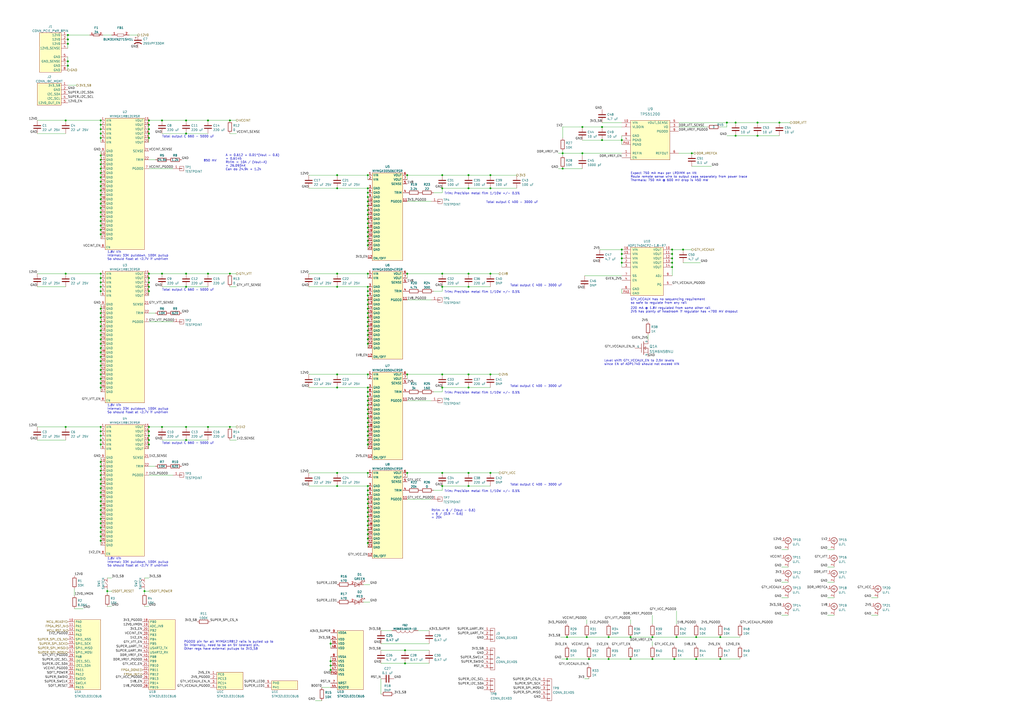
<source format=kicad_sch>
(kicad_sch (version 20211123) (generator eeschema)
  (paper "A2")
  (junction (at 271.78 217.17))
  (junction (at 389.89 149.86))
  (junction (at 58.42 120.65))
  (junction (at 58.42 267.97))
  (junction (at 271.78 158.75))
  (junction (at 439.42 71.12))
  (junction (at 236.22 158.75))
  (junction (at 86.36 168.91))
  (junction (at 213.36 237.49))
  (junction (at 133.35 158.75))
  (junction (at 58.42 273.05))
  (junction (at 58.42 100.33))
  (junction (at 236.22 217.17))
  (junction (at 58.42 217.17))
  (junction (at 58.42 255.27))
  (junction (at 195.58 101.6))
  (junction (at 58.42 250.19))
  (junction (at 389.89 154.94))
  (junction (at 58.42 222.25))
  (junction (at 58.42 69.85))
  (junction (at 389.89 152.4))
  (junction (at 213.36 166.37))
  (junction (at 58.42 115.57))
  (junction (at 58.42 95.25))
  (junction (at 396.24 144.78))
  (junction (at 213.36 284.48))
  (junction (at 360.68 149.86))
  (junction (at 341.63 382.27))
  (junction (at 401.32 88.9))
  (junction (at 58.42 214.63))
  (junction (at 58.42 72.39))
  (junction (at 213.36 274.32))
  (junction (at 86.36 247.65))
  (junction (at 195.58 109.22))
  (junction (at 213.36 252.73))
  (junction (at 58.42 113.03))
  (junction (at 58.42 257.81))
  (junction (at 58.42 288.29))
  (junction (at 256.54 217.17))
  (junction (at 328.93 369.57))
  (junction (at 213.36 191.77))
  (junction (at 213.36 224.79))
  (junction (at 213.36 139.7))
  (junction (at 213.36 309.88))
  (junction (at 236.22 274.32))
  (junction (at 328.93 382.27))
  (junction (at 86.36 252.73))
  (junction (at 58.42 92.71))
  (junction (at 58.42 252.73))
  (junction (at 213.36 196.85))
  (junction (at 58.42 90.17))
  (junction (at 340.36 369.57))
  (junction (at 58.42 303.53))
  (junction (at 62.23 342.9))
  (junction (at 389.89 144.78))
  (junction (at 213.36 289.56))
  (junction (at 284.48 274.32))
  (junction (at 353.06 369.57))
  (junction (at 58.42 118.11))
  (junction (at 86.36 163.83))
  (junction (at 378.46 382.27))
  (junction (at 120.65 247.65))
  (junction (at 58.42 184.15))
  (junction (at 58.42 199.39))
  (junction (at 58.42 300.99))
  (junction (at 58.42 209.55))
  (junction (at 58.42 275.59))
  (junction (at 326.39 97.79))
  (junction (at 213.36 129.54))
  (junction (at 337.82 73.66))
  (junction (at 120.65 69.85))
  (junction (at 191.77 388.62))
  (junction (at 86.36 166.37))
  (junction (at 58.42 168.91))
  (junction (at 107.95 69.85))
  (junction (at 213.36 142.24))
  (junction (at 58.42 308.61))
  (junction (at 58.42 247.65))
  (junction (at 58.42 189.23))
  (junction (at 38.1 158.75))
  (junction (at 58.42 280.67))
  (junction (at 421.64 71.12))
  (junction (at 213.36 186.69))
  (junction (at 234.95 377.19))
  (junction (at 271.78 224.79))
  (junction (at 213.36 124.46))
  (junction (at 86.36 161.29))
  (junction (at 58.42 135.89))
  (junction (at 284.48 101.6))
  (junction (at 58.42 207.01))
  (junction (at 392.43 369.57))
  (junction (at 58.42 133.35))
  (junction (at 39.37 38.1))
  (junction (at 58.42 166.37))
  (junction (at 191.77 386.08))
  (junction (at 58.42 212.09))
  (junction (at 58.42 179.07))
  (junction (at 213.36 121.92))
  (junction (at 360.68 144.78))
  (junction (at 195.58 274.32))
  (junction (at 58.42 204.47))
  (junction (at 213.36 217.17))
  (junction (at 191.77 373.38))
  (junction (at 213.36 242.57))
  (junction (at 417.83 369.57))
  (junction (at 39.37 20.32))
  (junction (at 426.72 71.12))
  (junction (at 58.42 191.77))
  (junction (at 195.58 224.79))
  (junction (at 256.54 166.37))
  (junction (at 426.72 78.74))
  (junction (at 133.35 247.65))
  (junction (at 271.78 109.22))
  (junction (at 213.36 312.42))
  (junction (at 58.42 295.91))
  (junction (at 195.58 217.17))
  (junction (at 213.36 114.3))
  (junction (at 58.42 186.69))
  (junction (at 213.36 257.81))
  (junction (at 389.89 147.32))
  (junction (at 213.36 294.64))
  (junction (at 213.36 109.22))
  (junction (at 93.98 158.75))
  (junction (at 39.37 25.4))
  (junction (at 213.36 255.27))
  (junction (at 107.95 247.65))
  (junction (at 58.42 270.51))
  (junction (at 86.36 158.75))
  (junction (at 213.36 250.19))
  (junction (at 234.95 384.81))
  (junction (at 195.58 281.94))
  (junction (at 58.42 123.19))
  (junction (at 326.39 88.9))
  (junction (at 213.36 111.76))
  (junction (at 86.36 69.85))
  (junction (at 439.42 78.74))
  (junction (at 58.42 181.61))
  (junction (at 213.36 314.96))
  (junction (at 86.36 80.01))
  (junction (at 58.42 313.69))
  (junction (at 58.42 110.49))
  (junction (at 107.95 158.75))
  (junction (at 213.36 281.94))
  (junction (at 58.42 74.93))
  (junction (at 39.37 22.86))
  (junction (at 256.54 109.22))
  (junction (at 349.25 73.66))
  (junction (at 58.42 201.93))
  (junction (at 213.36 194.31))
  (junction (at 58.42 130.81))
  (junction (at 284.48 109.22))
  (junction (at 452.12 71.12))
  (junction (at 256.54 274.32))
  (junction (at 58.42 97.79))
  (junction (at 195.58 158.75))
  (junction (at 403.86 369.57))
  (junction (at 38.1 69.85))
  (junction (at 360.68 147.32))
  (junction (at 213.36 127))
  (junction (at 195.58 166.37))
  (junction (at 213.36 297.18))
  (junction (at 58.42 285.75))
  (junction (at 256.54 101.6))
  (junction (at 86.36 72.39))
  (junction (at 213.36 299.72))
  (junction (at 213.36 101.6))
  (junction (at 58.42 194.31))
  (junction (at 213.36 245.11))
  (junction (at 213.36 168.91))
  (junction (at 107.95 77.47))
  (junction (at 86.36 74.93))
  (junction (at 58.42 163.83))
  (junction (at 58.42 293.37))
  (junction (at 58.42 107.95))
  (junction (at 107.95 166.37))
  (junction (at 191.77 383.54))
  (junction (at 213.36 232.41))
  (junction (at 213.36 132.08))
  (junction (at 213.36 240.03))
  (junction (at 213.36 171.45))
  (junction (at 213.36 227.33))
  (junction (at 337.82 88.9))
  (junction (at 349.25 81.28))
  (junction (at 378.46 369.57))
  (junction (at 58.42 102.87))
  (junction (at 213.36 158.75))
  (junction (at 391.16 382.27))
  (junction (at 38.1 247.65))
  (junction (at 213.36 173.99))
  (junction (at 256.54 281.94))
  (junction (at 213.36 247.65))
  (junction (at 213.36 189.23))
  (junction (at 58.42 80.01))
  (junction (at 284.48 158.75))
  (junction (at 83.82 342.9))
  (junction (at 213.36 137.16))
  (junction (at 213.36 292.1))
  (junction (at 213.36 134.62))
  (junction (at 271.78 281.94))
  (junction (at 365.76 382.27))
  (junction (at 86.36 77.47))
  (junction (at 213.36 229.87))
  (junction (at 58.42 161.29))
  (junction (at 133.35 69.85))
  (junction (at 213.36 304.8))
  (junction (at 403.86 382.27))
  (junction (at 213.36 287.02))
  (junction (at 213.36 181.61))
  (junction (at 213.36 176.53))
  (junction (at 353.06 382.27))
  (junction (at 58.42 298.45))
  (junction (at 213.36 184.15))
  (junction (at 86.36 257.81))
  (junction (at 213.36 234.95))
  (junction (at 360.68 81.28))
  (junction (at 271.78 166.37))
  (junction (at 58.42 77.47))
  (junction (at 58.42 290.83))
  (junction (at 213.36 307.34))
  (junction (at 58.42 306.07))
  (junction (at 93.98 69.85))
  (junction (at 93.98 247.65))
  (junction (at 58.42 219.71))
  (junction (at 256.54 224.79))
  (junction (at 58.42 278.13))
  (junction (at 86.36 255.27))
  (junction (at 58.42 105.41))
  (junction (at 360.68 152.4))
  (junction (at 365.76 369.57))
  (junction (at 271.78 101.6))
  (junction (at 86.36 250.19))
  (junction (at 58.42 125.73))
  (junction (at 236.22 101.6))
  (junction (at 58.42 311.15))
  (junction (at 213.36 116.84))
  (junction (at 213.36 119.38))
  (junction (at 256.54 158.75))
  (junction (at 58.42 283.21))
  (junction (at 417.83 382.27))
  (junction (at 107.95 255.27))
  (junction (at 213.36 179.07))
  (junction (at 58.42 196.85))
  (junction (at 213.36 302.26))
  (junction (at 284.48 217.17))
  (junction (at 271.78 274.32))
  (junction (at 39.37 35.56))
  (junction (at 58.42 224.79))
  (junction (at 58.42 128.27))
  (junction (at 58.42 158.75))
  (junction (at 120.65 158.75))
  (junction (at 213.36 199.39))
  (wire (pts (xy 480.06 337.82) (xy 483.87 337.82)))
  (wire (pts (xy 271.78 101.6) (xy 284.48 101.6)))
  (wire (pts (xy 256.54 217.17) (xy 271.78 217.17)))
  (wire (pts (xy 326.39 88.9) (xy 326.39 90.17)))
  (wire (pts (xy 120.65 158.75) (xy 133.35 158.75)))
  (wire (pts (xy 337.82 88.9) (xy 337.82 90.17)))
  (wire (pts (xy 213.36 232.41) (xy 213.36 234.95)))
  (wire (pts (xy 213.36 284.48) (xy 213.36 287.02)))
  (wire (pts (xy 389.89 154.94) (xy 389.89 160.02)))
  (wire (pts (xy 21.59 247.65) (xy 38.1 247.65)))
  (wire (pts (xy 256.54 111.76) (xy 256.54 109.22)))
  (wire (pts (xy 58.42 179.07) (xy 58.42 181.61)))
  (wire (pts (xy 328.93 382.27) (xy 341.63 382.27)))
  (wire (pts (xy 213.36 247.65) (xy 213.36 250.19)))
  (wire (pts (xy 325.12 369.57) (xy 328.93 369.57)))
  (wire (pts (xy 256.54 274.32) (xy 271.78 274.32)))
  (wire (pts (xy 213.36 234.95) (xy 213.36 237.49)))
  (wire (pts (xy 213.36 312.42) (xy 213.36 314.96)))
  (wire (pts (xy 213.36 137.16) (xy 213.36 139.7)))
  (wire (pts (xy 421.64 73.66) (xy 421.64 71.12)))
  (wire (pts (xy 213.36 186.69) (xy 213.36 189.23)))
  (wire (pts (xy 393.7 88.9) (xy 401.32 88.9)))
  (wire (pts (xy 213.36 171.45) (xy 213.36 173.99)))
  (wire (pts (xy 256.54 227.33) (xy 256.54 224.79)))
  (wire (pts (xy 341.63 382.27) (xy 353.06 382.27)))
  (wire (pts (xy 213.36 250.19) (xy 213.36 252.73)))
  (wire (pts (xy 58.42 283.21) (xy 58.42 285.75)))
  (wire (pts (xy 271.78 281.94) (xy 284.48 281.94)))
  (wire (pts (xy 86.36 161.29) (xy 86.36 163.83)))
  (wire (pts (xy 213.36 245.11) (xy 213.36 247.65)))
  (wire (pts (xy 58.42 257.81) (xy 58.42 260.35)))
  (wire (pts (xy 236.22 104.14) (xy 236.22 101.6)))
  (wire (pts (xy 353.06 382.27) (xy 365.76 382.27)))
  (wire (pts (xy 378.46 369.57) (xy 392.43 369.57)))
  (wire (pts (xy 58.42 186.69) (xy 58.42 189.23)))
  (wire (pts (xy 86.36 97.79) (xy 100.33 97.79)))
  (wire (pts (xy 480.06 346.71) (xy 483.87 346.71)))
  (wire (pts (xy 339.09 393.7) (xy 341.63 393.7)))
  (wire (pts (xy 213.36 119.38) (xy 213.36 121.92)))
  (wire (pts (xy 83.82 341.63) (xy 83.82 342.9)))
  (wire (pts (xy 213.36 302.26) (xy 213.36 304.8)))
  (wire (pts (xy 453.39 356.87) (xy 457.2 356.87)))
  (wire (pts (xy 213.36 252.73) (xy 213.36 255.27)))
  (wire (pts (xy 480.06 318.77) (xy 483.87 318.77)))
  (wire (pts (xy 107.95 158.75) (xy 120.65 158.75)))
  (wire (pts (xy 58.42 118.11) (xy 58.42 120.65)))
  (wire (pts (xy 179.07 158.75) (xy 195.58 158.75)))
  (wire (pts (xy 256.54 166.37) (xy 271.78 166.37)))
  (wire (pts (xy 58.42 87.63) (xy 58.42 90.17)))
  (wire (pts (xy 284.48 109.22) (xy 299.72 109.22)))
  (wire (pts (xy 58.42 311.15) (xy 58.42 313.69)))
  (wire (pts (xy 58.42 194.31) (xy 58.42 196.85)))
  (wire (pts (xy 58.42 168.91) (xy 58.42 171.45)))
  (wire (pts (xy 107.95 255.27) (xy 120.65 255.27)))
  (wire (pts (xy 58.42 69.85) (xy 58.42 72.39)))
  (wire (pts (xy 213.36 181.61) (xy 213.36 184.15)))
  (wire (pts (xy 58.42 199.39) (xy 58.42 201.93)))
  (wire (pts (xy 58.42 161.29) (xy 58.42 163.83)))
  (wire (pts (xy 58.42 214.63) (xy 58.42 217.17)))
  (wire (pts (xy 120.65 69.85) (xy 133.35 69.85)))
  (wire (pts (xy 271.78 109.22) (xy 284.48 109.22)))
  (wire (pts (xy 213.36 307.34) (xy 213.36 309.88)))
  (wire (pts (xy 213.36 257.81) (xy 213.36 260.35)))
  (wire (pts (xy 393.7 73.66) (xy 410.21 73.66)))
  (wire (pts (xy 213.36 132.08) (xy 213.36 134.62)))
  (wire (pts (xy 93.98 247.65) (xy 107.95 247.65)))
  (wire (pts (xy 389.89 149.86) (xy 389.89 152.4)))
  (wire (pts (xy 38.1 69.85) (xy 58.42 69.85)))
  (wire (pts (xy 236.22 173.99) (xy 250.19 173.99)))
  (wire (pts (xy 195.58 158.75) (xy 213.36 158.75)))
  (wire (pts (xy 62.23 351.79) (xy 64.77 351.79)))
  (wire (pts (xy 284.48 158.75) (xy 289.56 158.75)))
  (wire (pts (xy 86.36 72.39) (xy 86.36 74.93)))
  (wire (pts (xy 393.7 71.12) (xy 421.64 71.12)))
  (wire (pts (xy 86.36 166.37) (xy 86.36 168.91)))
  (wire (pts (xy 326.39 97.79) (xy 337.82 97.79)))
  (wire (pts (xy 417.83 73.66) (xy 421.64 73.66)))
  (wire (pts (xy 242.57 365.76) (xy 248.92 365.76)))
  (wire (pts (xy 58.42 128.27) (xy 58.42 130.81)))
  (wire (pts (xy 58.42 250.19) (xy 58.42 252.73)))
  (wire (pts (xy 339.09 160.02) (xy 360.68 160.02)))
  (wire (pts (xy 236.22 289.56) (xy 250.19 289.56)))
  (wire (pts (xy 58.42 212.09) (xy 58.42 214.63)))
  (wire (pts (xy 392.43 354.33) (xy 392.43 361.95)))
  (wire (pts (xy 58.42 191.77) (xy 58.42 194.31)))
  (wire (pts (xy 58.42 120.65) (xy 58.42 123.19)))
  (wire (pts (xy 213.36 166.37) (xy 213.36 168.91)))
  (wire (pts (xy 271.78 274.32) (xy 284.48 274.32)))
  (wire (pts (xy 86.36 255.27) (xy 86.36 257.81)))
  (wire (pts (xy 58.42 123.19) (xy 58.42 125.73)))
  (wire (pts (xy 271.78 158.75) (xy 284.48 158.75)))
  (wire (pts (xy 58.42 176.53) (xy 58.42 179.07)))
  (wire (pts (xy 93.98 158.75) (xy 107.95 158.75)))
  (wire (pts (xy 349.25 81.28) (xy 360.68 81.28)))
  (wire (pts (xy 93.98 255.27) (xy 107.95 255.27)))
  (wire (pts (xy 43.18 353.06) (xy 48.26 353.06)))
  (wire (pts (xy 271.78 224.79) (xy 284.48 224.79)))
  (wire (pts (xy 421.64 71.12) (xy 426.72 71.12)))
  (wire (pts (xy 251.46 284.48) (xy 256.54 284.48)))
  (wire (pts (xy 340.36 369.57) (xy 353.06 369.57)))
  (wire (pts (xy 38.1 247.65) (xy 58.42 247.65)))
  (wire (pts (xy 389.89 152.4) (xy 389.89 154.94)))
  (wire (pts (xy 195.58 217.17) (xy 213.36 217.17)))
  (wire (pts (xy 86.36 74.93) (xy 86.36 77.47)))
  (wire (pts (xy 326.39 88.9) (xy 337.82 88.9)))
  (wire (pts (xy 58.42 278.13) (xy 58.42 280.67)))
  (wire (pts (xy 323.85 97.79) (xy 326.39 97.79)))
  (wire (pts (xy 505.46 346.71) (xy 509.27 346.71)))
  (wire (pts (xy 58.42 303.53) (xy 58.42 306.07)))
  (wire (pts (xy 236.22 116.84) (xy 250.19 116.84)))
  (wire (pts (xy 191.77 386.08) (xy 191.77 388.62)))
  (wire (pts (xy 220.98 384.81) (xy 234.95 384.81)))
  (wire (pts (xy 213.36 299.72) (xy 213.36 302.26)))
  (wire (pts (xy 93.98 77.47) (xy 107.95 77.47)))
  (wire (pts (xy 58.42 77.47) (xy 58.42 80.01)))
  (wire (pts (xy 58.42 102.87) (xy 58.42 105.41)))
  (wire (pts (xy 220.98 373.38) (xy 248.92 373.38)))
  (wire (pts (xy 21.59 255.27) (xy 38.1 255.27)))
  (wire (pts (xy 58.42 80.01) (xy 58.42 82.55)))
  (wire (pts (xy 86.36 181.61) (xy 90.17 181.61)))
  (wire (pts (xy 347.98 144.78) (xy 360.68 144.78)))
  (wire (pts (xy 58.42 209.55) (xy 58.42 212.09)))
  (wire (pts (xy 83.82 335.28) (xy 86.36 335.28)))
  (wire (pts (xy 58.42 163.83) (xy 58.42 166.37)))
  (wire (pts (xy 133.35 247.65) (xy 137.16 247.65)))
  (wire (pts (xy 396.24 152.4) (xy 406.4 152.4)))
  (wire (pts (xy 213.36 114.3) (xy 213.36 116.84)))
  (wire (pts (xy 213.36 199.39) (xy 213.36 201.93)))
  (wire (pts (xy 251.46 168.91) (xy 256.54 168.91)))
  (wire (pts (xy 58.42 130.81) (xy 58.42 133.35)))
  (wire (pts (xy 58.42 107.95) (xy 58.42 110.49)))
  (wire (pts (xy 58.42 293.37) (xy 58.42 295.91)))
  (wire (pts (xy 213.36 184.15) (xy 213.36 186.69)))
  (wire (pts (xy 213.36 242.57) (xy 213.36 245.11)))
  (wire (pts (xy 191.77 373.38) (xy 191.77 375.92)))
  (wire (pts (xy 179.07 109.22) (xy 195.58 109.22)))
  (wire (pts (xy 52.07 20.32) (xy 39.37 20.32)))
  (wire (pts (xy 213.36 309.88) (xy 213.36 312.42)))
  (wire (pts (xy 360.68 152.4) (xy 360.68 154.94)))
  (wire (pts (xy 403.86 382.27) (xy 417.83 382.27)))
  (wire (pts (xy 213.36 191.77) (xy 213.36 194.31)))
  (wire (pts (xy 213.36 179.07) (xy 213.36 181.61)))
  (wire (pts (xy 58.42 92.71) (xy 58.42 95.25)))
  (wire (pts (xy 234.95 384.81) (xy 248.92 384.81)))
  (wire (pts (xy 234.95 377.19) (xy 248.92 377.19)))
  (wire (pts (xy 360.68 167.64) (xy 360.68 170.18)))
  (wire (pts (xy 191.77 383.54) (xy 191.77 386.08)))
  (wire (pts (xy 236.22 219.71) (xy 236.22 217.17)))
  (wire (pts (xy 86.36 250.19) (xy 86.36 252.73)))
  (wire (pts (xy 191.77 381) (xy 191.77 383.54)))
  (wire (pts (xy 58.42 222.25) (xy 58.42 224.79)))
  (wire (pts (xy 213.36 240.03) (xy 213.36 242.57)))
  (wire (pts (xy 378.46 372.11) (xy 378.46 374.65)))
  (wire (pts (xy 58.42 275.59) (xy 58.42 278.13)))
  (wire (pts (xy 195.58 101.6) (xy 213.36 101.6)))
  (wire (pts (xy 505.46 356.87) (xy 509.27 356.87)))
  (wire (pts (xy 21.59 158.75) (xy 38.1 158.75)))
  (wire (pts (xy 360.68 81.28) (xy 360.68 83.82)))
  (wire (pts (xy 195.58 281.94) (xy 213.36 281.94)))
  (wire (pts (xy 417.83 382.27) (xy 429.26 382.27)))
  (wire (pts (xy 58.42 295.91) (xy 58.42 298.45)))
  (wire (pts (xy 213.36 287.02) (xy 213.36 289.56)))
  (wire (pts (xy 21.59 69.85) (xy 38.1 69.85)))
  (wire (pts (xy 58.42 217.17) (xy 58.42 219.71)))
  (wire (pts (xy 378.46 356.87) (xy 378.46 361.95)))
  (wire (pts (xy 349.25 73.66) (xy 360.68 73.66)))
  (wire (pts (xy 326.39 73.66) (xy 326.39 80.01)))
  (wire (pts (xy 340.36 359.41) (xy 340.36 361.95)))
  (wire (pts (xy 256.54 284.48) (xy 256.54 281.94)))
  (wire (pts (xy 213.36 274.32) (xy 213.36 276.86)))
  (wire (pts (xy 86.36 158.75) (xy 86.36 161.29)))
  (wire (pts (xy 213.36 294.64) (xy 213.36 297.18)))
  (wire (pts (xy 39.37 22.86) (xy 39.37 25.4)))
  (wire (pts (xy 389.89 147.32) (xy 389.89 149.86)))
  (wire (pts (xy 86.36 158.75) (xy 93.98 158.75)))
  (wire (pts (xy 93.98 69.85) (xy 107.95 69.85)))
  (wire (pts (xy 213.36 173.99) (xy 213.36 176.53)))
  (wire (pts (xy 86.36 275.59) (xy 100.33 275.59)))
  (wire (pts (xy 392.43 369.57) (xy 403.86 369.57)))
  (wire (pts (xy 58.42 252.73) (xy 58.42 255.27)))
  (wire (pts (xy 213.36 168.91) (xy 213.36 171.45)))
  (wire (pts (xy 58.42 285.75) (xy 58.42 288.29)))
  (wire (pts (xy 213.36 297.18) (xy 213.36 299.72)))
  (wire (pts (xy 58.42 201.93) (xy 58.42 204.47)))
  (wire (pts (xy 213.36 116.84) (xy 213.36 119.38)))
  (wire (pts (xy 83.82 351.79) (xy 86.36 351.79)))
  (wire (pts (xy 195.58 274.32) (xy 213.36 274.32)))
  (wire (pts (xy 403.86 369.57) (xy 417.83 369.57)))
  (wire (pts (xy 421.64 78.74) (xy 426.72 78.74)))
  (wire (pts (xy 284.48 101.6) (xy 299.72 101.6)))
  (wire (pts (xy 39.37 38.1) (xy 39.37 40.64)))
  (wire (pts (xy 271.78 217.17) (xy 284.48 217.17)))
  (wire (pts (xy 58.42 189.23) (xy 58.42 191.77)))
  (wire (pts (xy 236.22 276.86) (xy 236.22 274.32)))
  (wire (pts (xy 58.42 265.43) (xy 58.42 267.97)))
  (wire (pts (xy 360.68 149.86) (xy 360.68 152.4)))
  (wire (pts (xy 62.23 342.9) (xy 64.77 342.9)))
  (wire (pts (xy 378.46 382.27) (xy 391.16 382.27)))
  (wire (pts (xy 213.36 292.1) (xy 213.36 294.64)))
  (wire (pts (xy 179.07 274.32) (xy 195.58 274.32)))
  (wire (pts (xy 236.22 158.75) (xy 256.54 158.75)))
  (wire (pts (xy 213.36 109.22) (xy 213.36 111.76)))
  (wire (pts (xy 58.42 308.61) (xy 58.42 311.15)))
  (wire (pts (xy 389.89 144.78) (xy 389.89 147.32)))
  (wire (pts (xy 179.07 224.79) (xy 195.58 224.79)))
  (wire (pts (xy 58.42 267.97) (xy 58.42 270.51)))
  (wire (pts (xy 58.42 90.17) (xy 58.42 92.71)))
  (wire (pts (xy 213.36 237.49) (xy 213.36 240.03)))
  (wire (pts (xy 107.95 166.37) (xy 120.65 166.37)))
  (wire (pts (xy 213.36 196.85) (xy 213.36 199.39)))
  (wire (pts (xy 58.42 196.85) (xy 58.42 199.39)))
  (wire (pts (xy 210.82 339.09) (xy 214.63 339.09)))
  (wire (pts (xy 43.18 341.63) (xy 43.18 345.44)))
  (wire (pts (xy 426.72 71.12) (xy 439.42 71.12)))
  (wire (pts (xy 58.42 100.33) (xy 58.42 102.87)))
  (wire (pts (xy 284.48 217.17) (xy 289.56 217.17)))
  (wire (pts (xy 62.23 335.28) (xy 64.77 335.28)))
  (wire (pts (xy 256.54 158.75) (xy 271.78 158.75)))
  (wire (pts (xy 360.68 78.74) (xy 360.68 81.28)))
  (wire (pts (xy 326.39 73.66) (xy 337.82 73.66)))
  (wire (pts (xy 271.78 166.37) (xy 284.48 166.37)))
  (wire (pts (xy 83.82 342.9) (xy 83.82 344.17)))
  (wire (pts (xy 107.95 69.85) (xy 120.65 69.85)))
  (wire (pts (xy 58.42 300.99) (xy 58.42 303.53)))
  (wire (pts (xy 182.88 406.4) (xy 186.69 406.4)))
  (wire (pts (xy 58.42 280.67) (xy 58.42 283.21)))
  (wire (pts (xy 417.83 369.57) (xy 429.26 369.57)))
  (wire (pts (xy 337.82 73.66) (xy 349.25 73.66)))
  (wire (pts (xy 86.36 80.01) (xy 86.36 82.55)))
  (wire (pts (xy 213.36 229.87) (xy 213.36 232.41)))
  (wire (pts (xy 213.36 314.96) (xy 213.36 317.5)))
  (wire (pts (xy 213.36 129.54) (xy 213.36 132.08)))
  (wire (pts (xy 195.58 109.22) (xy 213.36 109.22)))
  (wire (pts (xy 213.36 289.56) (xy 213.36 292.1)))
  (wire (pts (xy 360.68 144.78) (xy 360.68 147.32)))
  (wire (pts (xy 401.32 96.52) (xy 412.75 96.52)))
  (wire (pts (xy 58.42 95.25) (xy 58.42 97.79)))
  (wire (pts (xy 58.42 219.71) (xy 58.42 222.25)))
  (wire (pts (xy 58.42 224.79) (xy 58.42 227.33)))
  (wire (pts (xy 391.16 382.27) (xy 403.86 382.27)))
  (wire (pts (xy 86.36 257.81) (xy 86.36 260.35)))
  (wire (pts (xy 58.42 110.49) (xy 58.42 113.03)))
  (wire (pts (xy 365.76 382.27) (xy 378.46 382.27)))
  (wire (pts (xy 86.36 69.85) (xy 86.36 72.39)))
  (wire (pts (xy 86.36 252.73) (xy 86.36 255.27)))
  (wire (pts (xy 213.36 189.23) (xy 213.36 191.77)))
  (wire (pts (xy 365.76 359.41) (xy 365.76 361.95)))
  (wire (pts (xy 191.77 370.84) (xy 191.77 373.38)))
  (wire (pts (xy 453.39 346.71) (xy 457.2 346.71)))
  (wire (pts (xy 452.12 71.12) (xy 458.47 71.12)))
  (wire (pts (xy 328.93 369.57) (xy 340.36 369.57)))
  (wire (pts (xy 323.85 88.9) (xy 326.39 88.9)))
  (wire (pts (xy 39.37 33.02) (xy 39.37 35.56)))
  (wire (pts (xy 58.42 158.75) (xy 58.42 161.29)))
  (wire (pts (xy 58.42 97.79) (xy 58.42 100.33)))
  (wire (pts (xy 186.69 398.78) (xy 191.77 398.78)))
  (wire (pts (xy 236.22 217.17) (xy 256.54 217.17)))
  (wire (pts (xy 86.36 168.91) (xy 86.36 171.45)))
  (wire (pts (xy 179.07 281.94) (xy 195.58 281.94)))
  (wire (pts (xy 58.42 74.93) (xy 58.42 77.47)))
  (wire (pts (xy 83.82 342.9) (xy 86.36 342.9)))
  (wire (pts (xy 58.42 125.73) (xy 58.42 128.27)))
  (wire (pts (xy 213.36 111.76) (xy 213.36 114.3)))
  (wire (pts (xy 191.77 388.62) (xy 191.77 391.16)))
  (wire (pts (xy 210.82 349.25) (xy 214.63 349.25)))
  (wire (pts (xy 236.22 274.32) (xy 256.54 274.32)))
  (wire (pts (xy 58.42 273.05) (xy 58.42 275.59)))
  (wire (pts (xy 86.36 186.69) (xy 100.33 186.69)))
  (wire (pts (xy 39.37 25.4) (xy 39.37 27.94)))
  (wire (pts (xy 213.36 124.46) (xy 213.36 127)))
  (wire (pts (xy 39.37 35.56) (xy 39.37 38.1)))
  (wire (pts (xy 58.42 184.15) (xy 58.42 186.69)))
  (wire (pts (xy 86.36 247.65) (xy 86.36 250.19)))
  (wire (pts (xy 58.42 255.27) (xy 58.42 257.81)))
  (wire (pts (xy 213.36 176.53) (xy 213.36 179.07)))
  (wire (pts (xy 236.22 161.29) (xy 236.22 158.75)))
  (wire (pts (xy 179.07 217.17) (xy 195.58 217.17)))
  (wire (pts (xy 59.69 20.32) (xy 64.77 20.32)))
  (wire (pts (xy 120.65 247.65) (xy 133.35 247.65)))
  (wire (pts (xy 58.42 135.89) (xy 58.42 138.43)))
  (wire (pts (xy 58.42 204.47) (xy 58.42 207.01)))
  (wire (pts (xy 213.36 127) (xy 213.36 129.54)))
  (wire (pts (xy 213.36 139.7) (xy 213.36 142.24)))
  (wire (pts (xy 58.42 313.69) (xy 58.42 316.23)))
  (wire (pts (xy 86.36 69.85) (xy 93.98 69.85)))
  (wire (pts (xy 179.07 101.6) (xy 195.58 101.6)))
  (wire (pts (xy 58.42 290.83) (xy 58.42 293.37)))
  (wire (pts (xy 86.36 92.71) (xy 90.17 92.71)))
  (wire (pts (xy 236.22 101.6) (xy 256.54 101.6)))
  (wire (pts (xy 256.54 281.94) (xy 271.78 281.94)))
  (wire (pts (xy 133.35 158.75) (xy 137.16 158.75)))
  (wire (pts (xy 58.42 105.41) (xy 58.42 107.95)))
  (wire (pts (xy 256.54 224.79) (xy 271.78 224.79)))
  (wire (pts (xy 325.755 382.27) (xy 328.93 382.27)))
  (wire (pts (xy 284.48 274.32) (xy 289.56 274.32)))
  (wire (pts (xy 62.23 342.9) (xy 62.23 344.17)))
  (wire (pts (xy 220.98 365.76) (xy 227.33 365.76)))
  (wire (pts (xy 21.59 77.47) (xy 38.1 77.47)))
  (wire (pts (xy 256.54 168.91) (xy 256.54 166.37)))
  (wire (pts (xy 453.39 318.77) (xy 457.2 318.77)))
  (wire (pts (xy 58.42 306.07) (xy 58.42 308.61)))
  (wire (pts (xy 21.59 166.37) (xy 38.1 166.37)))
  (wire (pts (xy 365.76 369.57) (xy 378.46 369.57)))
  (wire (pts (xy 74.93 20.32) (xy 80.01 20.32)))
  (wire (pts (xy 133.35 255.27) (xy 137.16 255.27)))
  (wire (pts (xy 213.36 227.33) (xy 213.36 229.87)))
  (wire (pts (xy 58.42 166.37) (xy 58.42 168.91)))
  (wire (pts (xy 213.36 255.27) (xy 213.36 257.81)))
  (wire (pts (xy 213.36 101.6) (xy 213.36 104.14)))
  (wire (pts (xy 439.42 71.12) (xy 452.12 71.12)))
  (wire (pts (xy 426.72 78.74) (xy 439.42 78.74)))
  (wire (pts (xy 213.36 134.62) (xy 213.36 137.16)))
  (wire (pts (xy 133.35 69.85) (xy 137.16 69.85)))
  (wire (pts (xy 213.36 281.94) (xy 213.36 284.48)))
  (wire (pts (xy 251.46 111.76) (xy 256.54 111.76)))
  (wire (pts (xy 213.36 158.75) (xy 213.36 161.29)))
  (wire (pts (xy 396.24 144.78) (xy 401.32 144.78)))
  (wire (pts (xy 107.95 247.65) (xy 120.65 247.65)))
  (wire (pts (xy 256.54 109.22) (xy 271.78 109.22)))
  (wire (pts (xy 375.92 194.31) (xy 375.92 196.85)))
  (wire (pts (xy 401.32 88.9) (xy 402.59 88.9)))
  (wire (pts (xy 58.42 270.51) (xy 58.42 273.05)))
  (wire (pts (xy 86.36 270.51) (xy 90.17 270.51)))
  (wire (pts (xy 480.06 356.87) (xy 483.87 356.87)))
  (wire (pts (xy 349.25 71.12) (xy 360.68 71.12)))
  (wire (pts (xy 256.54 101.6) (xy 271.78 101.6)))
  (wire (pts (xy 133.35 77.47) (xy 137.16 77.47)))
  (wire (pts (xy 213.36 142.24) (xy 213.36 144.78)))
  (wire (pts (xy 360.68 147.32) (xy 360.68 149.86)))
  (wire (pts (xy 133.35 166.37) (xy 137.16 166.37)))
  (wire (pts (xy 58.42 113.03) (xy 58.42 115.57)))
  (wire (pts (xy 337.82 88.9) (xy 360.68 88.9)))
  (wire (pts (xy 179.07 166.37) (xy 195.58 166.37)))
  (wire (pts (xy 39.37 20.32) (xy 39.37 22.86)))
  (wire (pts (xy 62.23 341.63) (xy 62.23 342.9)))
  (wire (pts (xy 389.89 144.78) (xy 396.24 144.78)))
  (wire (pts (xy 58.42 298.45) (xy 58.42 300.99)))
  (wire (pts (xy 213.36 217.17) (xy 213.36 219.71)))
  (wire (pts (xy 480.06 328.93) (xy 483.87 328.93)))
  (wire (pts (xy 220.98 377.19) (xy 234.95 377.19)))
  (wire (pts (xy 86.36 77.47) (xy 86.36 80.01)))
  (wire (pts (xy 353.06 369.57) (xy 365.76 369.57)))
  (wire (pts (xy 213.36 121.92) (xy 213.36 124.46)))
  (wire (pts (xy 107.95 77.47) (xy 120.65 77.47)))
  (wire (pts (xy 93.98 166.37) (xy 107.95 166.37)))
  (wire (pts (xy 453.39 328.93) (xy 457.2 328.93)))
  (wire (pts (xy 86.36 163.83) (xy 86.36 166.37)))
  (wire (pts (xy 213.36 194.31) (xy 213.36 196.85)))
  (wire (pts (xy 58.42 72.39) (xy 58.42 74.93)))
  (wire (pts (xy 58.42 207.01) (xy 58.42 209.55)))
  (wire (pts (xy 58.42 115.57) (xy 58.42 118.11)))
  (wire (pts (xy 251.46 227.33) (xy 256.54 227.33)))
  (wire (pts (xy 337.82 81.28) (xy 349.25 81.28)))
  (wire (pts (xy 58.42 133.35) (xy 58.42 135.89)))
  (wire (pts (xy 86.36 247.65) (xy 93.98 247.65)))
  (wire (pts (xy 220.98 393.7) (xy 220.98 402.59)))
  (wire (pts (xy 39.37 49.53) (xy 44.45 49.53)))
  (wire (pts (xy 38.1 158.75) (xy 58.42 158.75)))
  (wire (pts (xy 195.58 224.79) (xy 213.36 224.79)))
  (wire (pts (xy 439.42 78.74) (xy 452.12 78.74)))
  (wire (pts (xy 236.22 232.41) (xy 250.19 232.41)))
  (wire (pts (xy 58.42 181.61) (xy 58.42 184.15)))
  (wire (pts (xy 326.39 88.9) (xy 326.39 87.63)))
  (wire (pts (xy 213.36 304.8) (xy 213.36 307.34)))
  (wire (pts (xy 58.42 288.29) (xy 58.42 290.83)))
  (wire (pts (xy 453.39 337.82) (xy 457.2 337.82)))
  (wire (pts (xy 195.58 166.37) (xy 213.36 166.37)))
  (wire (pts (xy 58.42 247.65) (xy 58.42 250.19)))
  (wire (pts (xy 213.36 224.79) (xy 213.36 227.33)))
  (text "Total output C 400 - 3000 uF" (at 295.91 281.94 0) (effects (font (size 1.27 1.27)) (justify left bottom)))
  (text "GTY_VCCAUX has no sequencing requirement\nso safe to regulate from any rail" (at 365.76 176.53 0) (effects (font (size 1.27 1.27)) (justify left bottom)))
  (text "Rtrim = 6 / (Vout - 0.6)\n= 6 / (0.9 - 0.6)\n= 20k" (at 250.19 300.99 0) (effects (font (size 1.27 1.27)) (justify left bottom)))
  (text "Total output C 660 - 5000 uF" (at 93.98 80.01 0) (effects (font (size 1.27 1.27)) (justify left bottom)))
  (text "850 mV" (at 118.11 93.98 0) (effects (font (size 1.27 1.27)) (justify left bottom)))
  (text "Total output C 660 - 5000 uF" (at 93.98 257.81 0) (effects (font (size 1.27 1.27)) (justify left bottom)))
  (text "Total output C 660 - 5000 uF" (at 93.98 168.91 0) (effects (font (size 1.27 1.27)) (justify left bottom)))
  (text "Total output C 400 - 3000 uF" (at 295.91 224.79 0) (effects (font (size 1.27 1.27)) (justify left bottom)))
  (text "1.8V Vih\nInternal: 33K pulldown, 100K pullup\nSo should float at ~2.7V if undriven" (at 62.23 240.03 0) (effects (font (size 1.27 1.27)) (justify left bottom)))
  (text "Trim: Precision metal film 1/10W +/- 0.5%" (at 257.81 228.6 0) (effects (font (size 1.27 1.27)) (justify left bottom)))
  (text "Total output C 400 - 3000 uF" (at 281.94 118.11 0) (effects (font (size 1.27 1.27)) (justify left bottom)))
  (text "1.8V Vih\nInternal: 33K pulldown, 100K pullup\nSo should float at ~2.7V if undriven" (at 62.23 328.93 0) (effects (font (size 1.27 1.27)) (justify left bottom)))
  (text "Trim: Precision metal film 1/10W +/- 0.5%" (at 257.81 170.18 0) (effects (font (size 1.27 1.27)) (justify left bottom)))
  (text "Trim: Precision metal film 1/10W +/- 0.5%" (at 257.81 285.75 0) (effects (font (size 1.27 1.27)) (justify left bottom)))
  (text "Expect 750 mA max per LRDIMM on Vtt\nRoute remote sense wire to output caps separately from power trace\nThermals: 750 mA @ 600 mV drop is 450 mW\n" (at 365.76 105.41 0) (effects (font (size 1.27 1.27)) (justify left bottom)))
  (text "Trim: Precision metal film 1/10W +/- 0.5%" (at 257.81 113.03 0) (effects (font (size 1.27 1.27)) (justify left bottom)))
  (text "A = 0.612 + 0.01*(Vout - 0.6)\n= 0.6145\nRtrim = 10A / (Vout-A)\n= 26.0934K\nCan do 24.9k + 1.2k" (at 130.81 99.06 0) (effects (font (size 1.27 1.27)) (justify left bottom)))
  (text "220 mA @ 1.8V regulated from some other rail\n2V5 has plenty of headroom if regulator has <700 mV dropout" (at 365.76 181.61 0) (effects (font (size 1.27 1.27)) (justify left bottom)))
  (text "PGOOD pin for all MYMGK1R812 rails is pulled up to\n5V internally, need to be on 5V tolerant pin.\nOther regs have external pullups to 3V3_SB" (at 106.68 377.19 0) (effects (font (size 1.27 1.27)) (justify left bottom)))
  (text "1.8V Vih\nInternal: 33K pulldown, 100K pullup\nSo should float at ~2.7V if undriven" (at 62.23 151.13 0) (effects (font (size 1.27 1.27)) (justify left bottom)))
  (text "Level shift GTY_VCCAUX_EN to 2.5V levels\nsince EN of ADP1740 should not exceed VIN" (at 350.52 212.09 0) (effects (font (size 1.27 1.27)) (justify left bottom)))
  (text "Total output C 400 - 3000 uF" (at 295.91 166.37 0) (effects (font (size 1.27 1.27)) (justify left bottom)))
  (label "12V0_EN" (at 429.26 374.65 180))
  (label "GND" (at 48.26 353.06 0))
  (label "1V2_PGOOD" (at 86.36 275.59 0))
  (label "12V0_VMON" (at 43.18 345.44 0))
  (label "GTY_VCC" (at 236.22 279.4 0))
  (label "3V3" (at 453.39 332.74 180))
  (label "SUPER_SWCLK" (at 39.37 396.24 180))
  (label "GND" (at 280.67 379.73 180))
  (label "SUPER_UART_RX" (at 280.67 365.76 180))
  (label "GND" (at 179.07 281.94 180))
  (label "SUPER_LED1" (at 153.67 398.78 180))
  (label "3V3_SB" (at 280.67 377.19 180))
  (label "1V2_EN" (at 82.55 370.84 180))
  (label "12V0" (at 179.07 101.6 180))
  (label "SUPER_LED1" (at 195.58 349.25 180))
  (label "GTY_VCC" (at 505.46 341.63 180))
  (label "GND" (at 339.09 167.64 180))
  (label "GND" (at 179.07 109.22 180))
  (label "GND" (at 280.67 370.84 180))
  (label "VCCINT_EN" (at 82.55 368.3 180))
  (label "DDR_VTT" (at 480.06 332.74 180))
  (label "3V3_PGOOD" (at 328.93 361.95 180))
  (label "SUPER_SWCLK" (at 280.67 382.27 180))
  (label "GND" (at 480.06 318.77 180))
  (label "2V5" (at 347.98 144.78 180))
  (label "GND" (at 453.39 356.87 180))
  (label "VCCINT" (at 453.39 323.85 180))
  (label "2V5_PGOOD" (at 236.22 232.41 0))
  (label "VCCINT_PGOOD" (at 340.36 359.41 180))
  (label "1V8_EN" (at 403.86 374.65 180))
  (label "GTY_VTT_PGOOD" (at 39.37 381 180))
  (label "GND" (at 58.42 176.53 180))
  (label "1V8_PGOOD" (at 403.86 361.95 180))
  (label "SUPER_I2C_SDA" (at 39.37 54.61 0))
  (label "GTY_VCCAUX" (at 453.39 341.63 180))
  (label "DDR_VREF_EN" (at 378.46 372.11 180))
  (label "GND" (at 256.54 224.79 180))
  (label "GND" (at 505.46 356.87 180))
  (label "3V3_EN" (at 82.55 365.76 180))
  (label "1V2" (at 480.06 313.69 180))
  (label "1V2_EN" (at 58.42 321.31 180))
  (label "2V5" (at 236.22 222.25 0))
  (label "DDR_VREF_PGOOD" (at 82.55 383.54 180))
  (label "3V3_EN" (at 328.93 374.65 180))
  (label "1V8" (at 480.06 351.79 180))
  (label "3V3_SB" (at 349.25 71.12 180))
  (label "GND" (at 313.69 405.13 180))
  (label "3V3_SB" (at 228.6 402.59 0))
  (label "SOFT_RESET" (at 39.37 398.78 180))
  (label "SUPER_SPI_CS_N" (at 313.69 394.97 180))
  (label "GTY_VCCAUX_EN_N" (at 341.63 386.08 180))
  (label "12V0" (at 179.07 274.32 180))
  (label "GND" (at 21.59 255.27 180))
  (label "GND" (at 214.63 349.25 0))
  (label "12V0" (at 179.07 158.75 180))
  (label "GND" (at 505.46 346.71 180))
  (label "GND" (at 93.98 77.47 180))
  (label "12V0_VMON" (at 82.55 363.22 180))
  (label "GND" (at 280.67 400.05 180))
  (label "GND" (at 349.25 63.5 180))
  (label "SUPER_LED0" (at 153.67 396.24 180))
  (label "DDR_VTT_SENSE" (at 393.7 73.66 0))
  (label "SUPER_SPI_SCK" (at 313.69 397.51 180))
  (label "GND" (at 325.755 382.27 180))
  (label "GND" (at 21.59 166.37 180))
  (label "GND" (at 214.63 339.09 0))
  (label "2V5_EN" (at 121.92 391.16 180))
  (label "GND" (at 406.4 152.4 0))
  (label "SUPER_SPI_CS_N" (at 121.92 360.68 0))
  (label "GTY_VCC_EN" (at 82.55 386.08 180))
  (label "GND" (at 93.98 255.27 180))
  (label "3V3" (at 339.09 393.7 180))
  (label "DDR_VREF_EN" (at 360.68 91.44 180))
  (label "GND" (at 375.92 207.01 0))
  (label "DDR_VREF_EN" (at 82.55 381 180))
  (label "GVEN_2V5" (at 360.68 162.56 180))
  (label "GND" (at 105.41 181.61 0))
  (label "SUPER_I2C_SCL" (at 39.37 57.15 0))
  (label "1V2_PGOOD" (at 39.37 368.3 180))
  (label "GTY_VCCAUX_EN_N" (at 121.92 396.24 180))
  (label "3V3_SB" (at 114.3 360.68 180))
  (label "SUPER_LED0" (at 195.58 339.09 180))
  (label "GND" (at 453.39 328.93 180))
  (label "GTY_VTT_EN" (at 365.76 374.65 180))
  (label "GTY_VCCAUX_EN_N" (at 368.3 201.93 180))
  (label "GND" (at 86.36 351.79 0))
  (label "GTY_VCCAUX_PGOOD" (at 429.26 361.95 0))
  (label "GTY_VCC_PGOOD" (at 82.55 393.7 180))
  (label "A3V3_SUPER" (at 191.77 367.03 180))
  (label "12V0" (at 43.18 334.01 0))
  (label "GTY_VTT_PGOOD" (at 365.76 359.41 180))
  (label "GND" (at 421.64 78.74 180))
  (label "GND" (at 220.98 384.81 180))
  (label "1V2_SENSE" (at 86.36 265.43 0))
  (label "2V5" (at 505.46 351.79 180))
  (label "GND" (at 93.98 166.37 180))
  (label "GTY_VCC_PGOOD" (at 392.43 354.33 180))
  (label "SUPER_UART_TX" (at 82.55 375.92 180))
  (label "SUPER_UART_RX" (at 82.55 378.46 180))
  (label "DDR_VREF_PGOOD" (at 393.7 76.2 0))
  (label "GND" (at 64.77 351.79 0))
  (label "GND" (at 453.39 346.71 180))
  (label "SUPER_SPI_MISO" (at 313.69 402.59 180))
  (label "GTY_VTT_SENSE" (at 86.36 176.53 0))
  (label "GND" (at 480.06 356.87 180))
  (label "3V3_EN" (at 213.36 149.86 180))
  (label "GTY_VTT_EN" (at 82.55 373.38 180))
  (label "GND" (at 58.42 265.43 180))
  (label "GTY_VTT_SENSE" (at 137.16 166.37 0))
  (label "1V8_PGOOD" (at 236.22 173.99 0))
  (label "RST_N" (at 220.98 393.7 180))
  (label "GND" (at 480.06 337.82 180))
  (label "GTY_VTT_EN" (at 58.42 232.41 180))
  (label "SUPER_SWDIO" (at 39.37 393.7 180))
  (label "VCCINT_EN" (at 58.42 143.51 180))
  (label "SOFT_POWER" (at 39.37 391.16 180))
  (label "12V0" (at 453.39 313.69 180))
  (label "VCCINT_PGOOD" (at 39.37 388.62 180))
  (label "2V5_EN" (at 213.36 265.43 180))
  (label "A3V3_SUPER" (at 248.92 365.76 0))
  (label "GND" (at 58.42 87.63 180))
  (label "GND" (at 453.39 318.77 180))
  (label "1V2_SENSE" (at 137.16 255.27 0))
  (label "GND" (at 347.98 152.4 180))
  (label "GND" (at 182.88 406.4 180))
  (label "GND" (at 323.85 97.79 180))
  (label "GND" (at 453.39 337.82 180))
  (label "GND" (at 256.54 281.94 180))
  (label "GND" (at 179.07 166.37 180))
  (label "DDR_VREF_IN" (at 323.85 88.9 180))
  (label "GND" (at 337.82 81.28 180))
  (label "GND" (at 105.41 270.51 0))
  (label "DDR_VREFCA" (at 480.06 341.63 180))
  (label "SUPER_UART_TX" (at 280.67 368.3 180))
  (label "3V3_PGOOD" (at 236.22 116.84 0))
  (label "2V5_EN" (at 417.83 374.65 180))
  (label "GTY_VCCAUX_PGOOD" (at 389.89 165.1 0))
  (label "RST_N" (at 191.77 396.24 180))
  (label "12V0" (at 21.59 69.85 180))
  (label "GTY_VCC_EN" (at 391.16 374.65 180))
  (label "SUPER_SPI_MOSI" (at 313.69 400.05 180))
  (label "RST_N" (at 280.67 387.35 180))
  (label "3V3_SB" (at 325.12 369.57 180))
  (label "2V5_PGOOD" (at 121.92 393.7 180))
  (label "2V5_PGOOD" (at 417.83 361.95 180))
  (label "DDR_VREF_PGOOD" (at 378.46 356.87 180))
  (label "VCCINT_EN" (at 341.63 374.65 180))
  (label "GND" (at 80.01 27.94 180))
  (label "1V8" (at 236.22 106.68 0))
  (label "SUPER_SWDIO" (at 280.67 384.81 180))
  (label "3V3_SB" (at 191.77 370.84 180))
  (label "2V5" (at 375.92 186.69 180))
  (label "GND" (at 412.75 96.52 0))
  (label "GND" (at 256.54 166.37 180))
  (label "VCCINT_PGOOD" (at 86.36 97.79 0))
  (label "12V0" (at 21.59 247.65 180))
  (label "1V8_PGOOD" (at 82.55 398.78 180))
  (label "GTY_VCC_EN" (at 213.36 322.58 180))
  (label "GTY_VCC_PGOOD" (at 236.22 289.56 0))
  (label "12V0" (at 179.07 217.17 180))
  (label "GND" (at 191.77 391.16 180))
  (label "GND" (at 105.41 92.71 0))
  (label "3V3_PGOOD" (at 82.55 360.68 180))
  (label "GTY_VTT_PGOOD" (at 86.36 186.69 0))
  (label "GND" (at 480.06 346.71 180))
  (label "3V3_SB" (at 220.98 377.19 180))
  (label "VCCINT_SENSE" (at 137.16 77.47 0))
  (label "3V3_SB" (at 64.77 335.28 0))
  (label "SUPER_I2C_SDA" (at 280.67 397.51 180))
  (label "12V0" (at 21.59 158.75 180))
  (label "GND" (at 39.37 52.07 0))
  (label "GND" (at 179.07 224.79 180))
  (label "3V3_SB" (at 86.36 335.28 0))
  (label "GND" (at 256.54 109.22 180))
  (label "SUPER_I2C_SCL" (at 280.67 394.97 180))
  (label "SUPER_I2C_SCL" (at 39.37 383.54 180))
  (label "GTY_VTT" (at 480.06 323.85 180))
  (label "12V0_EN" (at 39.37 59.69 0))
  (label "1V8_EN" (at 82.55 396.24 180))
  (label "GND" (at 220.98 373.38 180))
  (label "GTY_VCCAUX_PGOOD" (at 121.92 398.78 180))
  (label "GND" (at 228.6 393.7 0))
  (label "3V3_SB" (at 220.98 365.76 180))
  (label "VCCINT_SENSE" (at 86.36 87.63 0))
  (label "BOOT0" (at 186.69 398.78 180))
  (label "3V3_SB" (at 453.39 351.79 180))
  (label "SUPER_I2C_SDA" (at 39.37 386.08 180))
  (label "GVEN_2V5" (at 375.92 196.85 180))
  (label "1V8" (at 236.22 163.83 0))
  (label "1V2_PGOOD" (at 353.06 361.95 180))
  (label "GND" (at 480.06 328.93 180))
  (label "1V2" (at 326.39 73.66 180))
  (label "1V2_EN" (at 353.06 374.65 180))
  (label "1V8_EN" (at 213.36 207.01 180))
  (label "GND" (at 21.59 77.47 180))
  (hierarchical_label "GND" (shape output) (at 39.37 40.64 0))
  (hierarchical_label "1V8" (shape output) (at 289.56 158.75 0))
  (hierarchical_label "SUPER_SPI_MISO" (shape output) (at 39.37 375.92 180))
  (hierarchical_label "MCU_RST_N" (shape output) (at 39.37 365.76 180))
  (hierarchical_label "SUPER_SPI_SCK" (shape input) (at 39.37 373.38 180))
  (hierarchical_label "FPGA_DONE" (shape input) (at 82.55 388.62 180))
  (hierarchical_label "3V3" (shape output) (at 299.72 101.6 0))
  (hierarchical_label "DDR_VTT" (shape output) (at 458.47 71.12 0))
  (hierarchical_label "DDR_VREFCA" (shape output) (at 402.59 88.9 0))
  (hierarchical_label "12V0" (shape output) (at 80.01 20.32 0))
  (hierarchical_label "FPGA_INIT" (shape bidirectional) (at 82.55 391.16 180))
  (hierarchical_label "GTY_VCC" (shape output) (at 289.56 274.32 0))
  (hierarchical_label "SOFT_POWER" (shape input) (at 86.36 342.9 0))
  (hierarchical_label "2V5" (shape output) (at 289.56 217.17 0))
  (hierarchical_label "FPGA_RST_N" (shape output) (at 39.37 363.22 180))
  (hierarchical_label "GTY_VCCAUX" (shape output) (at 401.32 144.78 0))
  (hierarchical_label "SOFT_RESET" (shape input) (at 64.77 342.9 0))
  (hierarchical_label "3V3_SB" (shape output) (at 44.45 49.53 0))
  (hierarchical_label "SUPER_SPI_MOSI" (shape input) (at 39.37 378.46 180))
  (hierarchical_label "VCCINT" (shape output) (at 137.16 69.85 0))
  (hierarchical_label "MCU_READY" (shape input) (at 39.37 360.68 180))
  (hierarchical_label "GTY_VTT" (shape output) (at 137.16 158.75 0))
  (hierarchical_label "1V2" (shape output) (at 137.16 247.65 0))
  (hierarchical_label "SUPER_SPI_CS_N" (shape input) (at 39.37 370.84 180))
  (symbol (lib_id "device:R") (at 133.35 73.66 180) (unit 1)
    (property "Reference" "R12" (at 135.128 72.8253 0) (effects (justify right)))
    (property "Value" "0" (at 135.128 75.3622 0) (effects (justify right)))
    (property "Footprint" "azonenberg_pcb:EIA_0402_RES_NOSILK" (effects hide))
  )
  (symbol (lib_id "device:C") (at 107.95 162.56 0) (unit 1)
    (property "Reference" "C12" (at 110.871 161.7253 0) (effects (justify left)))
    (property "Value" "220 uF" (at 110.871 164.2622 0) (effects (justify left)))
    (property "Footprint" "azonenberg_pcb:EIA_1210_CAP_NOSILK" (effects hide))
  )
  (symbol (lib_id "device:C") (at 299.72 105.41 0) (unit 1)
    (property "Reference" "C43" (at 302.641 104.5753 0) (effects (justify left)))
    (property "Value" "100 uF" (at 302.641 107.1122 0) (effects (justify left)))
  )
  (symbol (lib_id "device:R") (at 199.39 349.25 270) (unit 1)
    (property "Reference" "R17" (at 199.39 344.5342 90))
    (property "Value" "470" (at 199.39 347.0711 90))
    (property "Footprint" "azonenberg_pcb:EIA_0402_RES_NOSILK" (effects hide))
  )
  (symbol (lib_id "conn:CONN_01X05") (at 285.75 382.27 0) (unit 1)
    (property "Reference" "J4" (at 287.655 381.4353 0) (effects (justify left)))
    (property "Value" "CONN_01X05" (at 287.655 383.9722 0) (effects (justify left)))
    (property "Footprint" "azonenberg_pcb:CONN_HEADER_2.54MM_1x5" (effects hide))
  )
  (symbol (lib_id "power-azonenberg:MYMGK00504ERSR") (at 215.9 151.13 0) (unit 1)
    (property "Reference" "U5" (at 224.79 96.681 0))
    (property "Value" "MYMGK00506ERSR" (at 224.79 99.2179 0))
    (property "Footprint" "azonenberg_pcb:MODULE_MURATA_MYMGK00504ERSR" (effects hide))
  )
  (symbol (lib_id "conn:CONN_COAXIAL") (at 457.2 341.63 0) (unit 1)
    (property "Reference" "TP13" (at 459.7401 341.0885 0) (effects (justify left)))
    (property "Value" "U.FL" (at 459.7401 343.6254 0) (effects (justify left)))
    (property "Footprint" "azonenberg_pcb:CONN_U.FL_TE_1909763-1" (effects hide))
  )
  (symbol (lib_id "device:C") (at 426.72 74.93 0) (unit 1)
    (property "Reference" "C52" (at 429.641 74.0953 0) (effects (justify left)))
    (property "Value" "10 uF" (at 429.641 76.6322 0) (effects (justify left)))
  )
  (symbol (lib_id "conn:CONN_01X03") (at 285.75 368.3 0) (unit 1)
    (property "Reference" "J3" (at 287.655 367.4653 0) (effects (justify left)))
    (property "Value" "CONN_01X03" (at 287.655 370.0022 0) (effects (justify left)))
    (property "Footprint" "azonenberg_pcb:CONN_HEADER_2.54MM_1x3" (effects hide))
  )
  (symbol (lib_id "power-azonenberg:MYMGK00504ERSR") (at 215.9 323.85 0) (unit 1)
    (property "Reference" "U8" (at 224.79 269.401 0))
    (property "Value" "MYMGK00504ERSR" (at 224.79 271.9379 0))
    (property "Footprint" "azonenberg_pcb:MODULE_MURATA_MYMGK00504ERSR" (effects hide))
  )
  (symbol (lib_id "passive-azonenberg:SWITCH") (at 83.82 339.09 90) (unit 1)
    (property "Reference" "SW2" (at 78.901 338.455 0))
    (property "Value" "SWITCH" (at 81.4379 338.455 0))
    (property "Footprint" "azonenberg_pcb:SWITCH_RAFI_MICON_5" (effects hide))
  )
  (symbol (lib_id "conn:CONN_COAXIAL") (at 483.87 313.69 0) (unit 1)
    (property "Reference" "TP15" (at 486.4101 313.1485 0) (effects (justify left)))
    (property "Value" "U.FL" (at 486.4101 315.6854 0) (effects (justify left)))
    (property "Footprint" "azonenberg_pcb:CONN_U.FL_TE_1909763-1" (effects hide))
  )
  (symbol (lib_id "device:R") (at 375.92 190.5 0) (unit 1)
    (property "Reference" "R38" (at 377.698 189.6653 0) (effects (justify left)))
    (property "Value" "1K" (at 377.698 192.2022 0) (effects (justify left)))
  )
  (symbol (lib_id "device:R") (at 93.98 270.51 90) (unit 1)
    (property "Reference" "R7" (at 93.98 267.97 90))
    (property "Value" "10K" (at 93.98 270.51 90))
    (property "Footprint" "azonenberg_pcb:EIA_0402_RES_NOSILK" (effects hide))
  )
  (symbol (lib_id "device:R") (at 43.18 349.25 0) (unit 1)
    (property "Reference" "R2" (at 44.958 348.4153 0) (effects (justify left)))
    (property "Value" "8.06K" (at 44.958 350.9522 0) (effects (justify left)))
    (property "Footprint" "azonenberg_pcb:EIA_0402_RES_NOSILK" (effects hide))
  )
  (symbol (lib_id "device:C") (at 179.07 220.98 0) (unit 1)
    (property "Reference" "C19" (at 181.991 220.1453 0) (effects (justify left)))
    (property "Value" "22 uF 25V" (at 181.991 222.6822 0) (effects (justify left)))
    (property "Footprint" "azonenberg_pcb:EIA_1812_CAP_NOSILK" (effects hide))
  )
  (symbol (lib_id "power-azonenberg:MYMGK1R812ERSR") (at 60.96 233.68 0) (unit 1)
    (property "Reference" "U3" (at 72.39 153.831 0))
    (property "Value" "MYMGK1R812ERSR" (at 72.39 156.3679 0))
    (property "Footprint" "azonenberg_pcb:MODULE_MURATA_MYMGK1R812" (effects hide))
  )
  (symbol (lib_id "device:R") (at 378.46 378.46 0) (unit 1)
    (property "Reference" "R40" (at 380.238 377.6253 0) (effects (justify left)))
    (property "Value" "1K" (at 380.238 380.1622 0) (effects (justify left)))
    (property "Footprint" "azonenberg_pcb:EIA_0402_RES_NOSILK" (effects hide))
  )
  (symbol (lib_id "device:C") (at 120.65 162.56 0) (unit 1)
    (property "Reference" "C15" (at 123.571 161.7253 0) (effects (justify left)))
    (property "Value" "220 uF" (at 123.571 164.2622 0) (effects (justify left)))
    (property "Footprint" "azonenberg_pcb:EIA_1210_CAP_NOSILK" (effects hide))
  )
  (symbol (lib_id "device:R") (at 83.82 347.98 180) (unit 1)
    (property "Reference" "R4" (at 85.598 347.1453 0) (effects (justify right)))
    (property "Value" "10K" (at 85.598 349.6822 0) (effects (justify right)))
    (property "Footprint" "azonenberg_pcb:EIA_0402_RES_NOSILK" (effects hide))
  )
  (symbol (lib_id "conn:CONN_COAXIAL") (at 509.27 341.63 0) (unit 1)
    (property "Reference" "TP20" (at 511.8101 341.0885 0) (effects (justify left)))
    (property "Value" "U.FL" (at 511.8101 343.6254 0) (effects (justify left)))
    (property "Footprint" "azonenberg_pcb:CONN_U.FL_TE_1909763-1" (effects hide))
  )
  (symbol (lib_id "passive-azonenberg:FERRITE_SMALL2") (at 69.85 20.32 0) (unit 1)
    (property "Reference" "FB1" (at 69.85 16.1122 0))
    (property "Value" "BLM31KN271SH1L" (at 68.58 22.86 0))
    (property "Footprint" "azonenberg_pcb:EIA_1206_CAP_NOSILK" (effects hide))
  )
  (symbol (lib_id "device:C") (at 107.95 73.66 0) (unit 1)
    (property "Reference" "C11" (at 110.871 72.8253 0) (effects (justify left)))
    (property "Value" "220 uF" (at 110.871 75.3622 0) (effects (justify left)))
    (property "Footprint" "azonenberg_pcb:EIA_1210_CAP_NOSILK" (effects hide))
  )
  (symbol (lib_id "device:C") (at 224.79 393.7 90) (unit 1)
    (property "Reference" "C27" (at 224.79 387.8412 90))
    (property "Value" "0.1 uF" (at 224.79 390.3781 90))
    (property "Footprint" "azonenberg_pcb:EIA_0402_CAP_NOSILK" (effects hide))
  )
  (symbol (lib_id "device:C") (at 220.98 369.57 0) (unit 1)
    (property "Reference" "C25" (at 223.901 368.7353 0) (effects (justify left)))
    (property "Value" "0.47 uF" (at 223.901 371.2722 0) (effects (justify left)))
    (property "Footprint" "azonenberg_pcb:EIA_0402_CAP_NOSILK" (effects hide))
  )
  (symbol (lib_id "device:C") (at 38.1 251.46 0) (unit 1)
    (property "Reference" "C6" (at 41.021 250.6253 0) (effects (justify left)))
    (property "Value" "22 uF 25V" (at 41.021 253.1622 0) (effects (justify left)))
    (property "Footprint" "azonenberg_pcb:EIA_1812_CAP_NOSILK" (effects hide))
  )
  (symbol (lib_id "device:R") (at 429.26 365.76 0) (unit 1)
    (property "Reference" "R48" (at 431.038 364.9253 0) (effects (justify left)))
    (property "Value" "10K" (at 431.038 367.4622 0) (effects (justify left)))
    (property "Footprint" "azonenberg_pcb:EIA_0402_RES_NOSILK" (effects hide))
  )
  (symbol (lib_id "device:C") (at 234.95 381 0) (unit 1)
    (property "Reference" "C28" (at 237.871 380.1653 0) (effects (justify left)))
    (property "Value" "0.47 uF" (at 237.871 382.7022 0) (effects (justify left)))
    (property "Footprint" "azonenberg_pcb:EIA_0402_CAP_NOSILK" (effects hide))
  )
  (symbol (lib_id "device:R") (at 247.65 284.48 270) (unit 1)
    (property "Reference" "R26" (at 247.65 279.7642 90))
    (property "Value" "0" (at 247.65 282.3011 90))
    (property "Footprint" "azonenberg_pcb:EIA_0402_RES_NOSILK" (effects hide))
  )
  (symbol (lib_id "conn:CONN_01X01") (at 105.41 275.59 0) (unit 1)
    (property "Reference" "TP3" (at 107.315 274.7553 0) (effects (justify left)))
    (property "Value" "TESTPOINT" (at 107.315 277.2922 0) (effects (justify left)))
    (property "Footprint" "azonenberg_pcb:TESTPOINT_SMT_0.5MM" (effects hide))
  )
  (symbol (lib_id "conn:CONN_01X03") (at 285.75 397.51 0) (unit 1)
    (property "Reference" "TP8" (at 284.48 402.59 0) (effects (justify left)))
    (property "Value" "CONN_01X03" (at 284.48 405.1269 0) (effects (justify left)))
    (property "Footprint" "azonenberg_pcb:CONN_HEADER_2.54MM_1x3" (effects hide))
  )
  (symbol (lib_id "device:R") (at 240.03 284.48 90) (unit 1)
    (property "Reference" "R22" (at 240.03 279.7642 90))
    (property "Value" "20k" (at 240.03 282.3011 90))
    (property "Footprint" "azonenberg_pcb:EIA_0402_RES_NOSILK" (effects hide))
  )
  (symbol (lib_id "passive-azonenberg:SWITCH") (at 62.23 339.09 90) (unit 1)
    (property "Reference" "SW1" (at 57.311 338.455 0))
    (property "Value" "SWITCH" (at 59.8479 338.455 0))
    (property "Footprint" "azonenberg_pcb:SWITCH_RAFI_MICON_5" (effects hide))
  )
  (symbol (lib_id "device:R") (at 93.98 92.71 90) (unit 1)
    (property "Reference" "R5" (at 93.98 90.17 90))
    (property "Value" "24.9k" (at 93.98 92.71 90))
    (property "Footprint" "azonenberg_pcb:EIA_0402_RES_NOSILK" (effects hide))
  )
  (symbol (lib_id "device:R") (at 403.86 365.76 0) (unit 1)
    (property "Reference" "R43" (at 405.638 364.9253 0) (effects (justify left)))
    (property "Value" "10K" (at 405.638 367.4622 0) (effects (justify left)))
    (property "Footprint" "azonenberg_pcb:EIA_0402_RES_NOSILK" (effects hide))
  )
  (symbol (lib_id "device:C") (at 93.98 73.66 0) (unit 1)
    (property "Reference" "C8" (at 96.901 72.8253 0) (effects (justify left)))
    (property "Value" "220 uF" (at 96.901 75.3622 0) (effects (justify left)))
    (property "Footprint" "azonenberg_pcb:EIA_1210_CAP_NOSILK" (effects hide))
  )
  (symbol (lib_id "device:R") (at 353.06 378.46 0) (unit 1)
    (property "Reference" "R35" (at 354.838 377.6253 0) (effects (justify left)))
    (property "Value" "1K" (at 354.838 380.1622 0) (effects (justify left)))
    (property "Footprint" "azonenberg_pcb:EIA_0402_RES_NOSILK" (effects hide))
  )
  (symbol (lib_id "device:R") (at 199.39 339.09 270) (unit 1)
    (property "Reference" "R16" (at 199.39 334.3742 90))
    (property "Value" "470" (at 199.39 336.9111 90))
    (property "Footprint" "azonenberg_pcb:EIA_0402_RES_NOSILK" (effects hide))
  )
  (symbol (lib_id "device:R") (at 328.93 365.76 0) (unit 1)
    (property "Reference" "R29" (at 330.708 364.9253 0) (effects (justify left)))
    (property "Value" "10K" (at 330.708 367.4622 0) (effects (justify left)))
    (property "Footprint" "azonenberg_pcb:EIA_0402_RES_NOSILK" (effects hide))
  )
  (symbol (lib_id "device:R") (at 417.83 365.76 0) (unit 1)
    (property "Reference" "R46" (at 419.608 364.9253 0) (effects (justify left)))
    (property "Value" "10K" (at 419.608 367.4622 0) (effects (justify left)))
    (property "Footprint" "azonenberg_pcb:EIA_0402_RES_NOSILK" (effects hide))
  )
  (symbol (lib_id "power-azonenberg:TPS51200") (at 365.76 92.71 0) (unit 1)
    (property "Reference" "U9" (at 377.19 63.2259 0) (effects (font (size 1.524 1.524))))
    (property "Value" "TPS51200" (at 377.19 66.2193 0) (effects (font (size 1.524 1.524))))
  )
  (symbol (lib_id "device:CP1") (at 80.01 24.13 0) (unit 1)
    (property "Reference" "C7" (at 82.931 22.6603 0) (effects (justify left)))
    (property "Value" "25SVPF330M" (at 82.931 25.1972 0) (effects (justify left)))
    (property "Footprint" "azonenberg_pcb:CAP_AL_10MM_SMT" (effects hide))
  )
  (symbol (lib_id "power-azonenberg:ADP1741") (at 365.76 171.45 0) (unit 1)
    (property "Reference" "U10" (at 375.285 139.9372 0))
    (property "Value" "ADP1740ACPZ-1.8-R7" (at 375.285 142.4741 0))
  )
  (symbol (lib_id "device:R") (at 403.86 378.46 0) (unit 1)
    (property "Reference" "R44" (at 405.638 377.6253 0) (effects (justify left)))
    (property "Value" "1K" (at 405.638 380.1622 0) (effects (justify left)))
    (property "Footprint" "azonenberg_pcb:EIA_0402_RES_NOSILK" (effects hide))
  )
  (symbol (lib_id "device:R") (at 240.03 111.76 90) (unit 1)
    (property "Reference" "R19" (at 240.03 107.0442 90))
    (property "Value" "2.2k" (at 240.03 109.5811 90))
    (property "Footprint" "azonenberg_pcb:EIA_0402_RES_NOSILK" (effects hide))
  )
  (symbol (lib_id "device:R") (at 353.06 365.76 0) (unit 1)
    (property "Reference" "R34" (at 354.838 364.9253 0) (effects (justify left)))
    (property "Value" "DNP" (at 354.838 367.4622 0) (effects (justify left)))
    (property "Footprint" "azonenberg_pcb:EIA_0402_RES_NOSILK" (effects hide))
  )
  (symbol (lib_id "device:C") (at 220.98 381 0) (unit 1)
    (property "Reference" "C26" (at 223.901 380.1653 0) (effects (justify left)))
    (property "Value" "4.7 uF" (at 223.901 382.7022 0) (effects (justify left)))
    (property "Footprint" "azonenberg_pcb:EIA_0603_CAP_NOSILK" (effects hide))
  )
  (symbol (lib_id "power-azonenberg:MYMGK1R812ERSR") (at 60.96 144.78 0) (unit 1)
    (property "Reference" "U2" (at 72.39 64.931 0))
    (property "Value" "MYMGK1R812ERSR" (at 72.39 67.4679 0))
    (property "Footprint" "azonenberg_pcb:MODULE_MURATA_MYMGK1R812" (effects hide))
  )
  (symbol (lib_id "conn:CONN_01X01") (at 255.27 173.99 0) (unit 1)
    (property "Reference" "TP5" (at 257.175 173.1553 0) (effects (justify left)))
    (property "Value" "TESTPOINT" (at 257.175 175.6922 0) (effects (justify left)))
    (property "Footprint" "azonenberg_pcb:TESTPOINT_SMT_0.5MM" (effects hide))
  )
  (symbol (lib_id "device:C") (at 271.78 220.98 0) (unit 1)
    (property "Reference" "C37" (at 274.701 220.1453 0) (effects (justify left)))
    (property "Value" "220 uF" (at 274.701 222.6822 0) (effects (justify left)))
    (property "Footprint" "azonenberg_pcb:EIA_1210_CAP_NOSILK" (effects hide))
  )
  (symbol (lib_id "power-azonenberg:MYMGK00504ERSR") (at 215.9 266.7 0) (unit 1)
    (property "Reference" "U7" (at 224.79 212.251 0))
    (property "Value" "MYMGK00504ERSR" (at 224.79 214.7879 0))
    (property "Footprint" "azonenberg_pcb:MODULE_MURATA_MYMGK00504ERSR" (effects hide))
  )
  (symbol (lib_id "device:C") (at 256.54 278.13 0) (unit 1)
    (property "Reference" "C34" (at 259.461 277.2953 0) (effects (justify left)))
    (property "Value" "220 uF" (at 259.461 279.8322 0) (effects (justify left)))
    (property "Footprint" "azonenberg_pcb:EIA_1210_CAP_NOSILK" (effects hide))
  )
  (symbol (lib_id "device:C") (at 284.48 220.98 0) (unit 1)
    (property "Reference" "C41" (at 287.401 220.1453 0) (effects (justify left)))
    (property "Value" "DNP" (at 287.401 222.6822 0) (effects (justify left)))
    (property "Footprint" "azonenberg_pcb:EIA_1210_CAP_NOSILK" (effects hide))
  )
  (symbol (lib_id "device:C") (at 195.58 105.41 0) (unit 1)
    (property "Reference" "C21" (at 198.501 104.5753 0) (effects (justify left)))
    (property "Value" "22 uF 25V" (at 198.501 107.1122 0) (effects (justify left)))
    (property "Footprint" "azonenberg_pcb:EIA_1812_CAP_NOSILK" (effects hide))
  )
  (symbol (lib_id "device:C") (at 271.78 278.13 0) (unit 1)
    (property "Reference" "C38" (at 274.701 277.2953 0) (effects (justify left)))
    (property "Value" "220 uF" (at 274.701 279.8322 0) (effects (justify left)))
    (property "Footprint" "azonenberg_pcb:EIA_1210_CAP_NOSILK" (effects hide))
  )
  (symbol (lib_id "conn:CONN_COAXIAL") (at 483.87 332.74 0) (unit 1)
    (property "Reference" "TP17" (at 486.4101 332.1985 0) (effects (justify left)))
    (property "Value" "U.FL" (at 486.4101 334.7354 0) (effects (justify left)))
    (property "Footprint" "azonenberg_pcb:CONN_U.FL_TE_1909763-1" (effects hide))
  )
  (symbol (lib_id "device:R") (at 247.65 227.33 270) (unit 1)
    (property "Reference" "R25" (at 247.65 222.6142 90))
    (property "Value" "160" (at 247.65 225.1511 90))
    (property "Footprint" "azonenberg_pcb:EIA_0402_RES_NOSILK" (effects hide))
  )
  (symbol (lib_id "device:LED") (at 207.01 349.25 180) (unit 1)
    (property "Reference" "D2" (at 208.6102 343.3912 0))
    (property "Value" "RED" (at 208.6102 345.9281 0))
    (property "Footprint" "azonenberg_pcb:EIA_0603_LED" (effects hide))
  )
  (symbol (lib_id "conn:CONN_COAXIAL") (at 483.87 341.63 0) (unit 1)
    (property "Reference" "TP18" (at 486.4101 341.0885 0) (effects (justify left)))
    (property "Value" "U.FL" (at 486.4101 343.6254 0) (effects (justify left)))
    (property "Footprint" "azonenberg_pcb:CONN_U.FL_TE_1909763-1" (effects hide))
  )
  (symbol (lib_id "st-azonenberg:STM32L031-UFQFPN48") (at 86.36 400.05 0) (unit 2)
    (property "Reference" "U1" (at 86.36 401.32 0) (effects (justify left)))
    (property "Value" "STM32L031C6U6" (at 86.36 403.8569 0) (effects (justify left)))
    (property "Footprint" "azonenberg_pcb:QFN_48_0.5MM_7x7MM" (effects hide))
    (pin "14" (alternate "SPI1_NSS"))
    (pin "15" (alternate "SPI1_SCK"))
    (pin "16" (alternate "SPI1_MISO"))
    (pin "30" (alternate "I2C1_SCL"))
    (pin "31" (alternate "I2C1_SDA"))
    (pin "19" (alternate "ADC_IN9"))
    (pin "42" (alternate "USART2_TX"))
    (pin "43" (alternate "USART2_RX"))
  )
  (symbol (lib_id "device:C") (at 284.48 278.13 0) (unit 1)
    (property "Reference" "C42" (at 287.401 277.2953 0) (effects (justify left)))
    (property "Value" "DNP" (at 287.401 279.8322 0) (effects (justify left)))
    (property "Footprint" "azonenberg_pcb:EIA_1210_CAP_NOSILK" (effects hide))
  )
  (symbol (lib_id "conn:CONN_01X05") (at 318.77 400.05 0) (unit 1)
    (property "Reference" "TP9" (at 320.675 399.2153 0) (effects (justify left)))
    (property "Value" "CONN_01X05" (at 320.675 401.7522 0) (effects (justify left)))
    (property "Footprint" "azonenberg_pcb:CONN_HEADER_2.54MM_1x5" (effects hide))
  )
  (symbol (lib_id "power-azonenberg:MYMGK1R812ERSR") (at 60.96 322.58 0) (unit 1)
    (property "Reference" "U4" (at 72.39 242.731 0))
    (property "Value" "MYMGK1R812ERSR" (at 72.39 245.2679 0))
    (property "Footprint" "azonenberg_pcb:MODULE_MURATA_MYMGK1R812" (effects hide))
  )
  (symbol (lib_id "device:R") (at 43.18 337.82 0) (unit 1)
    (property "Reference" "R1" (at 44.958 336.9853 0) (effects (justify left)))
    (property "Value" "33K" (at 44.958 339.5222 0) (effects (justify left)))
    (property "Footprint" "azonenberg_pcb:EIA_0402_RES_NOSILK" (effects hide))
  )
  (symbol (lib_id "device:C") (at 401.32 92.71 0) (unit 1)
    (property "Reference" "C51" (at 404.241 91.8753 0) (effects (justify left)))
    (property "Value" "0.1 uF" (at 404.241 94.4122 0) (effects (justify left)))
  )
  (symbol (lib_id "st-azonenberg:STM32L031-UFQFPN48") (at 43.18 400.05 0) (unit 1)
    (property "Reference" "U1" (at 43.18 401.32 0) (effects (justify left)))
    (property "Value" "STM32L031C6U6" (at 43.18 403.8569 0) (effects (justify left)))
    (property "Footprint" "azonenberg_pcb:QFN_48_0.5MM_7x7MM" (effects hide))
    (pin "14" (alternate "SPI1_NSS"))
    (pin "15" (alternate "SPI1_SCK"))
    (pin "16" (alternate "SPI1_MISO"))
    (pin "17" (alternate "SPI1_MOSI"))
    (pin "30" (alternate "I2C1_SCL"))
    (pin "31" (alternate "I2C1_SDA"))
    (pin "34" (alternate "SWDIO"))
    (pin "37" (alternate "SWCLK"))
    (pin "19" (alternate "ADC_IN9"))
  )
  (symbol (lib_id "device:C") (at 195.58 220.98 0) (unit 1)
    (property "Reference" "C23" (at 198.501 220.1453 0) (effects (justify left)))
    (property "Value" "22 uF 25V" (at 198.501 222.6822 0) (effects (justify left)))
    (property "Footprint" "azonenberg_pcb:EIA_1812_CAP_NOSILK" (effects hide))
  )
  (symbol (lib_id "conn:CONN_COAXIAL") (at 457.2 332.74 0) (unit 1)
    (property "Reference" "TP12" (at 459.7401 332.1985 0) (effects (justify left)))
    (property "Value" "U.FL" (at 459.7401 334.7354 0) (effects (justify left)))
    (property "Footprint" "azonenberg_pcb:CONN_U.FL_TE_1909763-1" (effects hide))
  )
  (symbol (lib_id "device:R") (at 240.03 168.91 90) (unit 1)
    (property "Reference" "R20" (at 240.03 164.1942 90))
    (property "Value" "4.7k" (at 240.03 166.7311 90))
    (property "Footprint" "azonenberg_pcb:EIA_0402_RES_NOSILK" (effects hide))
  )
  (symbol (lib_id "device:R") (at 186.69 402.59 0) (unit 1)
    (property "Reference" "R15" (at 188.468 401.7553 0) (effects (justify left)))
    (property "Value" "10K" (at 188.468 404.2922 0) (effects (justify left)))
    (property "Footprint" "azonenberg_pcb:EIA_0402_RES_NOSILK" (effects hide))
  )
  (symbol (lib_id "conn:CONN_01X01") (at 255.27 289.56 0) (unit 1)
    (property "Reference" "TP7" (at 257.175 288.7253 0) (effects (justify left)))
    (property "Value" "TESTPOINT" (at 257.175 291.2622 0) (effects (justify left)))
    (property "Footprint" "azonenberg_pcb:TESTPOINT_SMT_0.5MM" (effects hide))
  )
  (symbol (lib_id "device:C") (at 284.48 105.41 0) (unit 1)
    (property "Reference" "C39" (at 287.401 104.5753 0) (effects (justify left)))
    (property "Value" "100 uF" (at 287.401 107.1122 0) (effects (justify left)))
  )
  (symbol (lib_id "device:C") (at 337.82 93.98 0) (unit 1)
    (property "Reference" "C45" (at 340.741 93.1453 0) (effects (justify left)))
    (property "Value" "1000 pF" (at 340.741 95.6822 0) (effects (justify left)))
  )
  (symbol (lib_id "conn:CONN_COAXIAL") (at 457.2 323.85 0) (unit 1)
    (property "Reference" "TP11" (at 459.7401 323.3085 0) (effects (justify left)))
    (property "Value" "U.FL" (at 459.7401 325.8454 0) (effects (justify left)))
    (property "Footprint" "azonenberg_pcb:CONN_U.FL_TE_1909763-1" (effects hide))
  )
  (symbol (lib_id "device:C") (at 284.48 162.56 0) (unit 1)
    (property "Reference" "C40" (at 287.401 161.7253 0) (effects (justify left)))
    (property "Value" "DNP" (at 287.401 164.2622 0) (effects (justify left)))
    (property "Footprint" "azonenberg_pcb:EIA_1210_CAP_NOSILK" (effects hide))
  )
  (symbol (lib_id "device:R") (at 133.35 162.56 180) (unit 1)
    (property "Reference" "R13" (at 135.128 161.7253 0) (effects (justify right)))
    (property "Value" "0" (at 135.128 164.2622 0) (effects (justify right)))
    (property "Footprint" "azonenberg_pcb:EIA_0402_RES_NOSILK" (effects hide))
  )
  (symbol (lib_id "device:R") (at 247.65 168.91 270) (unit 1)
    (property "Reference" "R24" (at 247.65 164.1942 90))
    (property "Value" "300" (at 247.65 166.7311 90))
    (property "Footprint" "azonenberg_pcb:EIA_0402_RES_NOSILK" (effects hide))
  )
  (symbol (lib_id "device:R") (at 365.76 365.76 0) (unit 1)
    (property "Reference" "R36" (at 367.538 364.9253 0) (effects (justify left)))
    (property "Value" "DNP" (at 367.538 367.4622 0) (effects (justify left)))
    (property "Footprint" "azonenberg_pcb:EIA_0402_RES_NOSILK" (effects hide))
  )
  (symbol (lib_id "device:C") (at 347.98 148.59 0) (unit 1)
    (property "Reference" "C47" (at 350.901 147.7553 0) (effects (justify left)))
    (property "Value" "4.7 uF" (at 350.901 150.2922 0) (effects (justify left)))
  )
  (symbol (lib_id "device:R") (at 341.63 389.89 0) (unit 1)
    (property "Reference" "R33" (at 343.408 389.0553 0) (effects (justify left)))
    (property "Value" "1K" (at 343.408 391.5922 0) (effects (justify left)))
    (property "Footprint" "azonenberg_pcb:EIA_0402_RES_NOSILK" (effects hide))
  )
  (symbol (lib_id "st-azonenberg:STM32L031-UFQFPN48") (at 195.58 400.05 0) (unit 4)
    (property "Reference" "U1" (at 195.58 401.32 0) (effects (justify left)))
    (property "Value" "STM32L031C6U6" (at 195.58 403.8569 0) (effects (justify left)))
    (property "Footprint" "azonenberg_pcb:QFN_48_0.5MM_7x7MM" (effects hide))
    (pin "14" (alternate "SPI1_NSS"))
    (pin "15" (alternate "SPI1_SCK"))
    (pin "16" (alternate "SPI1_MISO"))
    (pin "30" (alternate "I2C1_SCL"))
    (pin "31" (alternate "I2C1_SDA"))
    (pin "19" (alternate "ADC_IN9"))
  )
  (symbol (lib_id "device:R") (at 414.02 73.66 90) (unit 1)
    (property "Reference" "R45" (at 417.83 72.39 90))
    (property "Value" "0" (at 414.02 73.66 90))
  )
  (symbol (lib_id "device:C") (at 38.1 162.56 0) (unit 1)
    (property "Reference" "C5" (at 41.021 161.7253 0) (effects (justify left)))
    (property "Value" "22 uF 25V" (at 41.021 164.2622 0) (effects (justify left)))
    (property "Footprint" "azonenberg_pcb:EIA_1812_CAP_NOSILK" (effects hide))
  )
  (symbol (lib_id "device:R") (at 328.93 378.46 0) (unit 1)
    (property "Reference" "R30" (at 330.708 377.6253 0) (effects (justify left)))
    (property "Value" "1K" (at 330.708 380.1622 0) (effects (justify left)))
    (property "Footprint" "azonenberg_pcb:EIA_0402_RES_NOSILK" (effects hide))
  )
  (symbol (lib_id "device:C") (at 256.54 220.98 0) (unit 1)
    (property "Reference" "C33" (at 259.461 220.1453 0) (effects (justify left)))
    (property "Value" "220 uF" (at 259.461 222.6822 0) (effects (justify left)))
    (property "Footprint" "azonenberg_pcb:EIA_1210_CAP_NOSILK" (effects hide))
  )
  (symbol (lib_id "device:R") (at 101.6 181.61 270) (unit 1)
    (property "Reference" "R9" (at 101.6 179.07 90))
    (property "Value" "620" (at 101.6 181.61 90))
    (property "Footprint" "azonenberg_pcb:EIA_0402_RES_NOSILK" (effects hide))
  )
  (symbol (lib_id "device:C") (at 195.58 278.13 0) (unit 1)
    (property "Reference" "C24" (at 198.501 277.2953 0) (effects (justify left)))
    (property "Value" "22 uF 25V" (at 198.501 279.8322 0) (effects (justify left)))
    (property "Footprint" "azonenberg_pcb:EIA_1812_CAP_NOSILK" (effects hide))
  )
  (symbol (lib_id "st-azonenberg:STM32L031-UFQFPN48") (at 125.73 400.05 0) (unit 3)
    (property "Reference" "U1" (at 125.73 401.32 0) (effects (justify left)))
    (property "Value" "STM32L031C6U6" (at 125.73 403.8569 0) (effects (justify left)))
    (property "Footprint" "azonenberg_pcb:QFN_48_0.5MM_7x7MM" (effects hide))
    (pin "14" (alternate "SPI1_NSS"))
    (pin "15" (alternate "SPI1_SCK"))
    (pin "16" (alternate "SPI1_MISO"))
    (pin "30" (alternate "I2C1_SCL"))
    (pin "31" (alternate "I2C1_SDA"))
    (pin "19" (alternate "ADC_IN9"))
  )
  (symbol (lib_id "device:C") (at 21.59 162.56 0) (unit 1)
    (property "Reference" "C2" (at 24.511 161.7253 0) (effects (justify left)))
    (property "Value" "22 uF 25V" (at 24.511 164.2622 0) (effects (justify left)))
    (property "Footprint" "azonenberg_pcb:EIA_1812_CAP_NOSILK" (effects hide))
  )
  (symbol (lib_id "device:R") (at 62.23 347.98 180) (unit 1)
    (property "Reference" "R3" (at 64.008 347.1453 0) (effects (justify right)))
    (property "Value" "10K" (at 64.008 349.6822 0) (effects (justify right)))
    (property "Footprint" "azonenberg_pcb:EIA_0402_RES_NOSILK" (effects hide))
  )
  (symbol (lib_id "device:C") (at 248.92 381 0) (unit 1)
    (property "Reference" "C30" (at 251.841 380.1653 0) (effects (justify left)))
    (property "Value" "0.47 uF" (at 251.841 382.7022 0) (effects (justify left)))
    (property "Footprint" "azonenberg_pcb:EIA_0402_CAP_NOSILK" (effects hide))
  )
  (symbol (lib_id "device:LED") (at 207.01 339.09 180) (unit 1)
    (property "Reference" "D1" (at 208.6102 333.2312 0))
    (property "Value" "GREEN" (at 208.6102 335.7681 0))
    (property "Footprint" "azonenberg_pcb:EIA_0603_LED" (effects hide))
  )
  (symbol (lib_id "device:C") (at 93.98 251.46 0) (unit 1)
    (property "Reference" "C10" (at 96.901 250.6253 0) (effects (justify left)))
    (property "Value" "220 uF" (at 96.901 253.1622 0) (effects (justify left)))
    (property "Footprint" "azonenberg_pcb:EIA_1210_CAP_NOSILK" (effects hide))
  )
  (symbol (lib_id "power-azonenberg:CONN_PCIE_PWR_8PIN") (at 35.56 41.91 0) (unit 1)
    (property "Reference" "J1" (at 29.21 15.401 0))
    (property "Value" "CONN_PCIE_PWR_8PIN" (at 29.21 17.9379 0))
    (property "Footprint" "azonenberg_pcb:CONN_MOLEX_MINIFITJR_8POS_0039291087" (effects hide))
  )
  (symbol (lib_id "device:R") (at 224.79 402.59 270) (unit 1)
    (property "Reference" "R18" (at 224.79 397.8742 90))
    (property "Value" "DNP" (at 224.79 400.4111 90))
    (property "Footprint" "azonenberg_pcb:EIA_0402_RES_NOSILK" (effects hide))
  )
  (symbol (lib_id "power-azonenberg:CONN_IBC_MGMT") (at 35.56 60.96 0) (unit 1)
    (property "Reference" "J2" (at 28.575 44.611 0))
    (property "Value" "CONN_IBC_MGMT" (at 28.575 47.1479 0))
    (property "Footprint" "azonenberg_pcb:CONN_MOLEX_PICOBLADE_5POS_0532610571" (effects hide))
  )
  (symbol (lib_id "conn:CONN_01X01") (at 255.27 232.41 0) (unit 1)
    (property "Reference" "TP6" (at 257.175 231.5753 0) (effects (justify left)))
    (property "Value" "TESTPOINT" (at 257.175 234.1122 0) (effects (justify left)))
    (property "Footprint" "azonenberg_pcb:TESTPOINT_SMT_0.5MM" (effects hide))
  )
  (symbol (lib_id "conn:CONN_COAXIAL") (at 509.27 351.79 0) (unit 1)
    (property "Reference" "TP21" (at 511.8101 351.2485 0) (effects (justify left)))
    (property "Value" "U.FL" (at 511.8101 353.7854 0) (effects (justify left)))
    (property "Footprint" "azonenberg_pcb:CONN_U.FL_TE_1909763-1" (effects hide))
  )
  (symbol (lib_id "device:C") (at 179.07 162.56 0) (unit 1)
    (property "Reference" "C18" (at 181.991 161.7253 0) (effects (justify left)))
    (property "Value" "22 uF 25V" (at 181.991 164.2622 0) (effects (justify left)))
    (property "Footprint" "azonenberg_pcb:EIA_1812_CAP_NOSILK" (effects hide))
  )
  (symbol (lib_id "device:C") (at 195.58 162.56 0) (unit 1)
    (property "Reference" "C22" (at 198.501 161.7253 0) (effects (justify left)))
    (property "Value" "22 uF 25V" (at 198.501 164.2622 0) (effects (justify left)))
    (property "Footprint" "azonenberg_pcb:EIA_1812_CAP_NOSILK" (effects hide))
  )
  (symbol (lib_id "device:C") (at 21.59 251.46 0) (unit 1)
    (property "Reference" "C3" (at 24.511 250.6253 0) (effects (justify left)))
    (property "Value" "22 uF 25V" (at 24.511 253.1622 0) (effects (justify left)))
    (property "Footprint" "azonenberg_pcb:EIA_1812_CAP_NOSILK" (effects hide))
  )
  (symbol (lib_id "device:C") (at 256.54 162.56 0) (unit 1)
    (property "Reference" "C32" (at 259.461 161.7253 0) (effects (justify left)))
    (property "Value" "220 uF" (at 259.461 164.2622 0) (effects (justify left)))
    (property "Footprint" "azonenberg_pcb:EIA_1210_CAP_NOSILK" (effects hide))
  )
  (symbol (lib_id "device:R") (at 101.6 92.71 270) (unit 1)
    (property "Reference" "R8" (at 101.6 90.17 90))
    (property "Value" "1.2k" (at 101.6 92.71 90))
    (property "Footprint" "azonenberg_pcb:EIA_0402_RES_NOSILK" (effects hide))
  )
  (symbol (lib_id "device:C") (at 339.09 163.83 0) (unit 1)
    (property "Reference" "C46" (at 342.011 162.9953 0) (effects (justify left)))
    (property "Value" "DNP" (at 342.011 165.5322 0) (effects (justify left)))
  )
  (symbol (lib_id "power-azonenberg:MYMGK00504ERSR") (at 215.9 208.28 0) (unit 1)
    (property "Reference" "U6" (at 224.79 153.831 0))
    (property "Value" "MYMGK00504ERSR" (at 224.79 156.3679 0))
    (property "Footprint" "azonenberg_pcb:MODULE_MURATA_MYMGK00504ERSR" (effects hide))
  )
  (symbol (lib_id "device:C") (at 452.12 74.93 0) (unit 1)
    (property "Reference" "C54" (at 455.041 74.0953 0) (effects (justify left)))
    (property "Value" "10 uF" (at 455.041 76.6322 0) (effects (justify left)))
  )
  (symbol (lib_id "device:R") (at 429.26 378.46 0) (unit 1)
    (property "Reference" "R49" (at 431.038 377.6253 0) (effects (justify left)))
    (property "Value" "1K" (at 431.038 380.1622 0) (effects (justify left)))
    (property "Footprint" "azonenberg_pcb:EIA_0402_RES_NOSILK" (effects hide))
  )
  (symbol (lib_id "passive-azonenberg:INDUCTOR_PWROUT") (at 234.95 365.76 270) (unit 1)
    (property "Reference" "FB2" (at 234.95 362.6986 90) (effects (font (size 1.016 1.016))))
    (property "Value" "MI0603J601R-10" (at 234.95 364.779 90) (effects (font (size 1.016 1.016))))
    (property "Footprint" "azonenberg_pcb:EIA_0603_INDUCTOR_NOSILK" (effects hide))
  )
  (symbol (lib_id "device:R") (at 391.16 378.46 0) (unit 1)
    (property "Reference" "R41" (at 392.938 377.6253 0) (effects (justify left)))
    (property "Value" "1K" (at 392.938 380.1622 0) (effects (justify left)))
    (property "Footprint" "azonenberg_pcb:EIA_0402_RES_NOSILK" (effects hide))
  )
  (symbol (lib_id "device:C") (at 349.25 77.47 0) (unit 1)
    (property "Reference" "C49" (at 352.171 76.6353 0) (effects (justify left)))
    (property "Value" "10 uF" (at 352.171 79.1722 0) (effects (justify left)))
  )
  (symbol (lib_id "device:R") (at 417.83 378.46 0) (unit 1)
    (property "Reference" "R47" (at 419.608 377.6253 0) (effects (justify left)))
    (property "Value" "1K" (at 419.608 380.1622 0) (effects (justify left)))
    (property "Footprint" "azonenberg_pcb:EIA_0402_RES_NOSILK" (effects hide))
  )
  (symbol (lib_id "device:R") (at 247.65 111.76 270) (unit 1)
    (property "Reference" "R23" (at 247.65 107.0442 90))
    (property "Value" "22" (at 247.65 109.5811 90))
    (property "Footprint" "azonenberg_pcb:EIA_0402_RES_NOSILK" (effects hide))
  )
  (symbol (lib_id "device:R") (at 118.11 360.68 270) (unit 1)
    (property "Reference" "R11" (at 118.11 355.9642 90))
    (property "Value" "100K" (at 118.11 358.5011 90))
    (property "Footprint" "azonenberg_pcb:EIA_0402_RES_NOSILK" (effects hide))
  )
  (symbol (lib_id "device:C") (at 271.78 105.41 0) (unit 1)
    (property "Reference" "C35" (at 274.701 104.5753 0) (effects (justify left)))
    (property "Value" "100 uF" (at 274.701 107.1122 0) (effects (justify left)))
    (property "Footprint" "azonenberg_pcb:EIA_1210_CAP_NOSILK" (effects hide))
  )
  (symbol (lib_id "device:C") (at 248.92 369.57 0) (unit 1)
    (property "Reference" "C29" (at 251.841 368.7353 0) (effects (justify left)))
    (property "Value" "0.47 uF" (at 251.841 371.2722 0) (effects (justify left)))
    (property "Footprint" "azonenberg_pcb:EIA_0402_CAP_NOSILK" (effects hide))
  )
  (symbol (lib_id "conn:CONN_COAXIAL") (at 457.2 351.79 0) (unit 1)
    (property "Reference" "TP14" (at 459.7401 351.2485 0) (effects (justify left)))
    (property "Value" "U.FL" (at 459.7401 353.7854 0) (effects (justify left)))
    (property "Footprint" "azonenberg_pcb:CONN_U.FL_TE_1909763-1" (effects hide))
  )
  (symbol (lib_id "conn:CONN_01X01") (at 105.41 186.69 0) (unit 1)
    (property "Reference" "TP2" (at 107.315 185.8553 0) (effects (justify left)))
    (property "Value" "TESTPOINT" (at 107.315 188.3922 0) (effects (justify left)))
    (property "Footprint" "azonenberg_pcb:TESTPOINT_SMT_0.5MM" (effects hide))
  )
  (symbol (lib_id "device:C") (at 271.78 162.56 0) (unit 1)
    (property "Reference" "C36" (at 274.701 161.7253 0) (effects (justify left)))
    (property "Value" "220 uF" (at 274.701 164.2622 0) (effects (justify left)))
    (property "Footprint" "azonenberg_pcb:EIA_1210_CAP_NOSILK" (effects hide))
  )
  (symbol (lib_id "device:R") (at 101.6 270.51 270) (unit 1)
    (property "Reference" "R10" (at 101.6 267.97 90))
    (property "Value" "620" (at 101.6 270.51 90))
    (property "Footprint" "azonenberg_pcb:EIA_0402_RES_NOSILK" (effects hide))
  )
  (symbol (lib_id "device:R") (at 326.39 93.98 0) (unit 1)
    (property "Reference" "R28" (at 328.168 93.1453 0) (effects (justify left)))
    (property "Value" "10K" (at 328.168 95.6822 0) (effects (justify left)))
  )
  (symbol (lib_id "conn:CONN_COAXIAL") (at 483.87 351.79 0) (unit 1)
    (property "Reference" "TP19" (at 486.4101 351.2485 0) (effects (justify left)))
    (property "Value" "U.FL" (at 486.4101 353.7854 0) (effects (justify left)))
    (property "Footprint" "azonenberg_pcb:CONN_U.FL_TE_1909763-1" (effects hide))
  )
  (symbol (lib_id "device:R") (at 326.39 83.82 0) (unit 1)
    (property "Reference" "R27" (at 328.168 82.9853 0) (effects (justify left)))
    (property "Value" "10K" (at 328.168 85.5222 0) (effects (justify left)))
  )
  (symbol (lib_id "device:C") (at 93.98 162.56 0) (unit 1)
    (property "Reference" "C9" (at 96.901 161.7253 0) (effects (justify left)))
    (property "Value" "220 uF" (at 96.901 164.2622 0) (effects (justify left)))
    (property "Footprint" "azonenberg_pcb:EIA_1210_CAP_NOSILK" (effects hide))
  )
  (symbol (lib_id "device:C") (at 256.54 105.41 0) (unit 1)
    (property "Reference" "C31" (at 259.461 104.5753 0) (effects (justify left)))
    (property "Value" "100 uF" (at 259.461 107.1122 0) (effects (justify left)))
  )
  (symbol (lib_id "conn:CONN_01X01") (at 105.41 97.79 0) (unit 1)
    (property "Reference" "TP1" (at 107.315 96.9553 0) (effects (justify left)))
    (property "Value" "TESTPOINT" (at 107.315 99.4922 0) (effects (justify left)))
    (property "Footprint" "azonenberg_pcb:TESTPOINT_SMT_0.5MM" (effects hide))
  )
  (symbol (lib_id "device:R") (at 341.63 378.46 0) (unit 1)
    (property "Reference" "R32" (at 343.408 377.6253 0) (effects (justify left)))
    (property "Value" "1K" (at 343.408 380.1622 0) (effects (justify left)))
    (property "Footprint" "azonenberg_pcb:EIA_0402_RES_NOSILK" (effects hide))
  )
  (symbol (lib_id "conn:CONN_COAXIAL") (at 483.87 323.85 0) (unit 1)
    (property "Reference" "TP16" (at 486.4101 323.3085 0) (effects (justify left)))
    (property "Value" "U.FL" (at 486.4101 325.8454 0) (effects (justify left)))
    (property "Footprint" "azonenberg_pcb:CONN_U.FL_TE_1909763-1" (effects hide))
  )
  (symbol (lib_id "device:C") (at 349.25 67.31 0) (unit 1)
    (property "Reference" "C48" (at 352.171 66.4753 0) (effects (justify left)))
    (property "Value" "4.7 uF" (at 352.171 69.0122 0) (effects (justify left)))
  )
  (symbol (lib_id "power-azonenberg:FUSE_PWROUT_2") (at 55.88 20.32 0) (unit 1)
    (property "Reference" "F1" (at 55.88 16.1122 0))
    (property "Value" "2A" (at 55.88 18.6491 0))
    (property "Footprint" "azonenberg_pcb:EIA_0603_CAP_NOSILK" (effects hide))
  )
  (symbol (lib_id "device:C") (at 38.1 73.66 0) (unit 1)
    (property "Reference" "C4" (at 41.021 72.8253 0) (effects (justify left)))
    (property "Value" "22 uF 25V" (at 41.021 75.3622 0) (effects (justify left)))
    (property "Footprint" "azonenberg_pcb:EIA_1812_CAP_NOSILK" (effects hide))
  )
  (symbol (lib_id "conn:CONN_COAXIAL") (at 457.2 313.69 0) (unit 1)
    (property "Reference" "TP10" (at 459.7401 313.1485 0) (effects (justify left)))
    (property "Value" "U.FL" (at 459.7401 315.6854 0) (effects (justify left)))
    (property "Footprint" "azonenberg_pcb:CONN_U.FL_TE_1909763-1" (effects hide))
  )
  (symbol (lib_id "device:C") (at 120.65 73.66 0) (unit 1)
    (property "Reference" "C14" (at 123.571 72.8253 0) (effects (justify left)))
    (property "Value" "220 uF" (at 123.571 75.3622 0) (effects (justify left)))
    (property "Footprint" "azonenberg_pcb:EIA_1210_CAP_NOSILK" (effects hide))
  )
  (symbol (lib_id "device:R") (at 365.76 378.46 0) (unit 1)
    (property "Reference" "R37" (at 367.538 377.6253 0) (effects (justify left)))
    (property "Value" "1K" (at 367.538 380.1622 0) (effects (justify left)))
    (property "Footprint" "azonenberg_pcb:EIA_0402_RES_NOSILK" (effects hide))
  )
  (symbol (lib_id "special-azonenberg:SSM6N58NU_DUAL_NMOS") (at 373.38 201.93 0) (unit 1)
    (property "Reference" "Q1" (at 376.6566 200.9538 0) (effects (font (size 1.524 1.524)) (justify left)))
    (property "Value" "SSM6N58NU" (at 376.6566 203.9472 0) (effects (font (size 1.524 1.524)) (justify left)))
  )
  (symbol (lib_id "device:R") (at 392.43 365.76 0) (unit 1)
    (property "Reference" "R42" (at 394.208 364.9253 0) (effects (justify left)))
    (property "Value" "10K" (at 394.208 367.4622 0) (effects (justify left)))
    (property "Footprint" "azonenberg_pcb:EIA_0402_RES_NOSILK" (effects hide))
  )
  (symbol (lib_id "device:R") (at 133.35 251.46 180) (unit 1)
    (property "Reference" "R14" (at 135.128 250.6253 0) (effects (justify right)))
    (property "Value" "0" (at 135.128 253.1622 0) (effects (justify right)))
    (property "Footprint" "azonenberg_pcb:EIA_0402_RES_NOSILK" (effects hide))
  )
  (symbol (lib_id "device:C") (at 179.07 278.13 0) (unit 1)
    (property "Reference" "C20" (at 181.991 277.2953 0) (effects (justify left)))
    (property "Value" "22 uF 25V" (at 181.991 279.8322 0) (effects (justify left)))
    (property "Footprint" "azonenberg_pcb:EIA_1812_CAP_NOSILK" (effects hide))
  )
  (symbol (lib_id "device:C") (at 439.42 74.93 0) (unit 1)
    (property "Reference" "C53" (at 442.341 74.0953 0) (effects (justify left)))
    (property "Value" "10 uF" (at 442.341 76.6322 0) (effects (justify left)))
  )
  (symbol (lib_id "device:C") (at 179.07 105.41 0) (unit 1)
    (property "Reference" "C17" (at 181.991 104.5753 0) (effects (justify left)))
    (property "Value" "22 uF 25V" (at 181.991 107.1122 0) (effects (justify left)))
    (property "Footprint" "azonenberg_pcb:EIA_1812_CAP_NOSILK" (effects hide))
  )
  (symbol (lib_id "device:C") (at 337.82 77.47 0) (unit 1)
    (property "Reference" "C44" (at 340.741 76.6353 0) (effects (justify left)))
    (property "Value" "10 uF" (at 340.741 79.1722 0) (effects (justify left)))
  )
  (symbol (lib_id "device:R") (at 340.36 365.76 0) (unit 1)
    (property "Reference" "R31" (at 342.138 364.9253 0) (effects (justify left)))
    (property "Value" "DNP" (at 342.138 367.4622 0) (effects (justify left)))
    (property "Footprint" "azonenberg_pcb:EIA_0402_RES_NOSILK" (effects hide))
  )
  (symbol (lib_id "device:R") (at 93.98 181.61 90) (unit 1)
    (property "Reference" "R6" (at 93.98 179.07 90))
    (property "Value" "10K" (at 93.98 181.61 90))
    (property "Footprint" "azonenberg_pcb:EIA_0402_RES_NOSILK" (effects hide))
  )
  (symbol (lib_id "device:R") (at 240.03 227.33 90) (unit 1)
    (property "Reference" "R21" (at 240.03 222.6142 90))
    (property "Value" "3k" (at 240.03 225.1511 90))
    (property "Footprint" "azonenberg_pcb:EIA_0402_RES_NOSILK" (effects hide))
  )
  (symbol (lib_id "conn:CONN_01X01") (at 255.27 116.84 0) (unit 1)
    (property "Reference" "TP4" (at 257.175 116.0053 0) (effects (justify left)))
    (property "Value" "TESTPOINT" (at 257.175 118.5422 0) (effects (justify left)))
    (property "Footprint" "azonenberg_pcb:TESTPOINT_SMT_0.5MM" (effects hide))
  )
  (symbol (lib_id "device:R") (at 378.46 365.76 0) (unit 1)
    (property "Reference" "R39" (at 380.238 364.9253 0) (effects (justify left)))
    (property "Value" "10K" (at 380.238 367.4622 0) (effects (justify left)))
    (property "Footprint" "azonenberg_pcb:EIA_0402_RES_NOSILK" (effects hide))
  )
  (symbol (lib_id "st-azonenberg:STM32L031-UFQFPN48") (at 157.48 400.05 0) (unit 5)
    (property "Reference" "U1" (at 157.48 401.32 0) (effects (justify left)))
    (property "Value" "STM32L031C6U6" (at 157.48 403.8569 0) (effects (justify left)))
    (property "Footprint" "azonenberg_pcb:QFN_48_0.5MM_7x7MM" (effects hide))
    (pin "14" (alternate "SPI1_NSS"))
    (pin "15" (alternate "SPI1_SCK"))
    (pin "16" (alternate "SPI1_MISO"))
    (pin "30" (alternate "I2C1_SCL"))
    (pin "31" (alternate "I2C1_SDA"))
    (pin "19" (alternate "ADC_IN9"))
  )
  (symbol (lib_id "device:C") (at 396.24 148.59 0) (unit 1)
    (property "Reference" "C50" (at 399.161 147.7553 0) (effects (justify left)))
    (property "Value" "4.7 uF" (at 399.161 150.2922 0) (effects (justify left)))
  )
  (symbol (lib_id "device:C") (at 120.65 251.46 0) (unit 1)
    (property "Reference" "C16" (at 123.571 250.6253 0) (effects (justify left)))
    (property "Value" "220 uF" (at 123.571 253.1622 0) (effects (justify left)))
    (property "Footprint" "azonenberg_pcb:EIA_1210_CAP_NOSILK" (effects hide))
  )
  (symbol (lib_id "device:C") (at 107.95 251.46 0) (unit 1)
    (property "Reference" "C13" (at 110.871 250.6253 0) (effects (justify left)))
    (property "Value" "220 uF" (at 110.871 253.1622 0) (effects (justify left)))
    (property "Footprint" "azonenberg_pcb:EIA_1210_CAP_NOSILK" (effects hide))
  )
  (symbol (lib_id "device:C") (at 21.59 73.66 0) (unit 1)
    (property "Reference" "C1" (at 24.511 72.8253 0) (effects (justify left)))
    (property "Value" "22 uF 25V" (at 24.511 75.3622 0) (effects (justify left)))
    (property "Footprint" "azonenberg_pcb:EIA_1812_CAP_NOSILK" (effects hide))
  )
)
</source>
